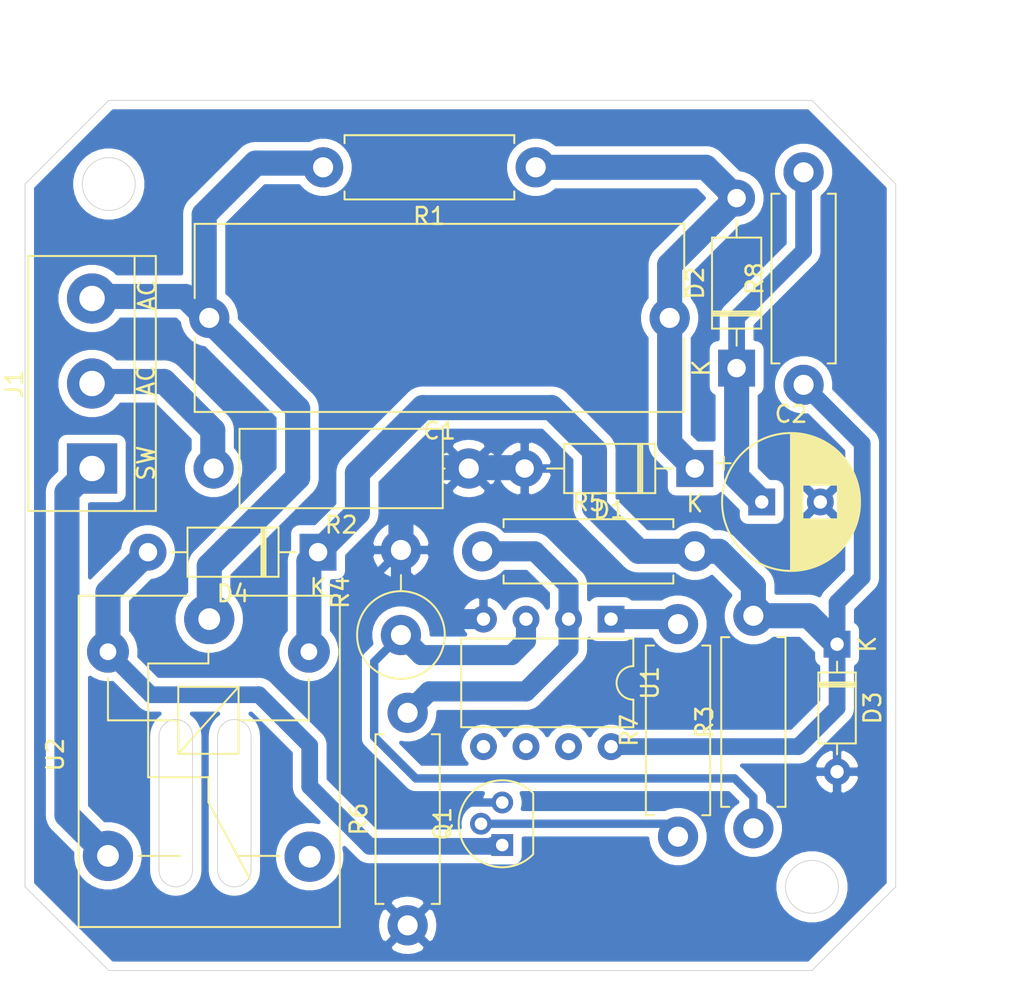
<source format=kicad_pcb>
(kicad_pcb (version 20171130) (host pcbnew "(5.1.6)-1")

  (general
    (thickness 1.6)
    (drawings 24)
    (tracks 92)
    (zones 0)
    (modules 18)
    (nets 12)
  )

  (page A4)
  (layers
    (0 F.Cu signal)
    (31 B.Cu signal)
    (32 B.Adhes user)
    (33 F.Adhes user)
    (34 B.Paste user)
    (35 F.Paste user)
    (36 B.SilkS user)
    (37 F.SilkS user)
    (38 B.Mask user)
    (39 F.Mask user)
    (40 Dwgs.User user)
    (41 Cmts.User user)
    (42 Eco1.User user)
    (43 Eco2.User user)
    (44 Edge.Cuts user)
    (45 Margin user)
    (46 B.CrtYd user)
    (47 F.CrtYd user)
    (48 B.Fab user hide)
    (49 F.Fab user hide)
  )

  (setup
    (last_trace_width 0.5)
    (user_trace_width 0.5)
    (user_trace_width 1)
    (user_trace_width 1.2)
    (user_trace_width 1.5)
    (trace_clearance 0.2)
    (zone_clearance 0.508)
    (zone_45_only no)
    (trace_min 0.2)
    (via_size 0.8)
    (via_drill 0.4)
    (via_min_size 0.4)
    (via_min_drill 0.3)
    (uvia_size 0.3)
    (uvia_drill 0.1)
    (uvias_allowed no)
    (uvia_min_size 0.2)
    (uvia_min_drill 0.1)
    (edge_width 0.05)
    (segment_width 0.2)
    (pcb_text_width 0.3)
    (pcb_text_size 1.5 1.5)
    (mod_edge_width 0.12)
    (mod_text_size 1 1)
    (mod_text_width 0.15)
    (pad_size 1.524 1.524)
    (pad_drill 0.762)
    (pad_to_mask_clearance 0.051)
    (solder_mask_min_width 0.25)
    (aux_axis_origin 0 0)
    (visible_elements 7FFFFFFF)
    (pcbplotparams
      (layerselection 0x01060_fffffffe)
      (usegerberextensions false)
      (usegerberattributes false)
      (usegerberadvancedattributes false)
      (creategerberjobfile false)
      (excludeedgelayer true)
      (linewidth 0.100000)
      (plotframeref false)
      (viasonmask false)
      (mode 1)
      (useauxorigin false)
      (hpglpennumber 1)
      (hpglpenspeed 20)
      (hpglpendiameter 15.000000)
      (psnegative false)
      (psa4output false)
      (plotreference true)
      (plotvalue true)
      (plotinvisibletext false)
      (padsonsilk false)
      (subtractmaskfromsilk false)
      (outputformat 4)
      (mirror false)
      (drillshape 0)
      (scaleselection 1)
      (outputdirectory ""))
  )

  (net 0 "")
  (net 1 "Net-(C1-Pad1)")
  (net 2 GNDREF)
  (net 3 +12V)
  (net 4 VAC)
  (net 5 "Net-(D4-Pad2)")
  (net 6 "Net-(Q1-Pad2)")
  (net 7 "Net-(R3-Pad1)")
  (net 8 "Net-(R5-Pad1)")
  (net 9 "Net-(R7-Pad2)")
  (net 10 "Net-(J1-Pad2)")
  (net 11 "Net-(C2-Pad1)")

  (net_class Default "Esta es la clase de red por defecto."
    (clearance 0.2)
    (trace_width 0.25)
    (via_dia 0.8)
    (via_drill 0.4)
    (uvia_dia 0.3)
    (uvia_drill 0.1)
    (add_net +12V)
    (add_net /fuente-sin-transformador/SW)
    (add_net GNDREF)
    (add_net "Net-(C1-Pad1)")
    (add_net "Net-(C2-Pad1)")
    (add_net "Net-(D4-Pad2)")
    (add_net "Net-(J1-Pad2)")
    (add_net "Net-(Q1-Pad2)")
    (add_net "Net-(R3-Pad1)")
    (add_net "Net-(R5-Pad1)")
    (add_net "Net-(R7-Pad2)")
    (add_net "Net-(U2-Pad4)")
    (add_net VAC)
  )

  (module Resistor_THT:R_Axial_DIN0411_L9.9mm_D3.6mm_P12.70mm_Horizontal (layer F.Cu) (tedit 5AE5139B) (tstamp 5F5444D9)
    (at 165.5 86 90)
    (descr "Resistor, Axial_DIN0411 series, Axial, Horizontal, pin pitch=12.7mm, 1W, length*diameter=9.9*3.6mm^2")
    (tags "Resistor Axial_DIN0411 series Axial Horizontal pin pitch 12.7mm 1W length 9.9mm diameter 3.6mm")
    (path /5F2BE029/5F5617F4)
    (fp_text reference R8 (at 6.35 -2.92 90) (layer F.SilkS)
      (effects (font (size 1 1) (thickness 0.15)))
    )
    (fp_text value 100 (at 6.35 2.92 90) (layer F.Fab)
      (effects (font (size 1 1) (thickness 0.15)))
    )
    (fp_text user %R (at 6.35 0 90) (layer F.Fab)
      (effects (font (size 1 1) (thickness 0.15)))
    )
    (fp_line (start 1.4 -1.8) (end 1.4 1.8) (layer F.Fab) (width 0.1))
    (fp_line (start 1.4 1.8) (end 11.3 1.8) (layer F.Fab) (width 0.1))
    (fp_line (start 11.3 1.8) (end 11.3 -1.8) (layer F.Fab) (width 0.1))
    (fp_line (start 11.3 -1.8) (end 1.4 -1.8) (layer F.Fab) (width 0.1))
    (fp_line (start 0 0) (end 1.4 0) (layer F.Fab) (width 0.1))
    (fp_line (start 12.7 0) (end 11.3 0) (layer F.Fab) (width 0.1))
    (fp_line (start 1.28 -1.44) (end 1.28 -1.92) (layer F.SilkS) (width 0.12))
    (fp_line (start 1.28 -1.92) (end 11.42 -1.92) (layer F.SilkS) (width 0.12))
    (fp_line (start 11.42 -1.92) (end 11.42 -1.44) (layer F.SilkS) (width 0.12))
    (fp_line (start 1.28 1.44) (end 1.28 1.92) (layer F.SilkS) (width 0.12))
    (fp_line (start 1.28 1.92) (end 11.42 1.92) (layer F.SilkS) (width 0.12))
    (fp_line (start 11.42 1.92) (end 11.42 1.44) (layer F.SilkS) (width 0.12))
    (fp_line (start -1.45 -2.05) (end -1.45 2.05) (layer F.CrtYd) (width 0.05))
    (fp_line (start -1.45 2.05) (end 14.15 2.05) (layer F.CrtYd) (width 0.05))
    (fp_line (start 14.15 2.05) (end 14.15 -2.05) (layer F.CrtYd) (width 0.05))
    (fp_line (start 14.15 -2.05) (end -1.45 -2.05) (layer F.CrtYd) (width 0.05))
    (pad 2 thru_hole oval (at 12.7 0 90) (size 2.4 2.4) (drill 1.2) (layers *.Cu *.Mask)
      (net 11 "Net-(C2-Pad1)"))
    (pad 1 thru_hole circle (at 0 0 90) (size 2.4 2.4) (drill 1.2) (layers *.Cu *.Mask)
      (net 3 +12V))
    (model ${KISYS3DMOD}/Resistor_THT.3dshapes/R_Axial_DIN0411_L9.9mm_D3.6mm_P12.70mm_Horizontal.wrl
      (at (xyz 0 0 0))
      (scale (xyz 1 1 1))
      (rotate (xyz 0 0 0))
    )
  )

  (module Resistor_THT:R_Axial_DIN0414_L11.9mm_D4.5mm_P15.24mm_Horizontal (layer F.Cu) (tedit 5AE5139B) (tstamp 5F5443F6)
    (at 145.5 91 180)
    (descr "Resistor, Axial_DIN0414 series, Axial, Horizontal, pin pitch=15.24mm, 2W, length*diameter=11.9*4.5mm^2, http://www.vishay.com/docs/20128/wkxwrx.pdf")
    (tags "Resistor Axial_DIN0414 series Axial Horizontal pin pitch 15.24mm 2W length 11.9mm diameter 4.5mm")
    (path /5F2BE029/5F2C253D)
    (fp_text reference R2 (at 7.62 -3.37) (layer F.SilkS)
      (effects (font (size 1 1) (thickness 0.15)))
    )
    (fp_text value 33 (at 7.62 3.37) (layer F.Fab)
      (effects (font (size 1 1) (thickness 0.15)))
    )
    (fp_text user %R (at 7.62 0) (layer F.Fab)
      (effects (font (size 1 1) (thickness 0.15)))
    )
    (fp_line (start 1.67 -2.25) (end 1.67 2.25) (layer F.Fab) (width 0.1))
    (fp_line (start 1.67 2.25) (end 13.57 2.25) (layer F.Fab) (width 0.1))
    (fp_line (start 13.57 2.25) (end 13.57 -2.25) (layer F.Fab) (width 0.1))
    (fp_line (start 13.57 -2.25) (end 1.67 -2.25) (layer F.Fab) (width 0.1))
    (fp_line (start 0 0) (end 1.67 0) (layer F.Fab) (width 0.1))
    (fp_line (start 15.24 0) (end 13.57 0) (layer F.Fab) (width 0.1))
    (fp_line (start 1.55 -2.37) (end 1.55 2.37) (layer F.SilkS) (width 0.12))
    (fp_line (start 1.55 2.37) (end 13.69 2.37) (layer F.SilkS) (width 0.12))
    (fp_line (start 13.69 2.37) (end 13.69 -2.37) (layer F.SilkS) (width 0.12))
    (fp_line (start 13.69 -2.37) (end 1.55 -2.37) (layer F.SilkS) (width 0.12))
    (fp_line (start 1.44 0) (end 1.55 0) (layer F.SilkS) (width 0.12))
    (fp_line (start 13.8 0) (end 13.69 0) (layer F.SilkS) (width 0.12))
    (fp_line (start -1.45 -2.5) (end -1.45 2.5) (layer F.CrtYd) (width 0.05))
    (fp_line (start -1.45 2.5) (end 16.69 2.5) (layer F.CrtYd) (width 0.05))
    (fp_line (start 16.69 2.5) (end 16.69 -2.5) (layer F.CrtYd) (width 0.05))
    (fp_line (start 16.69 -2.5) (end -1.45 -2.5) (layer F.CrtYd) (width 0.05))
    (pad 2 thru_hole oval (at 15.24 0 180) (size 2.4 2.4) (drill 1.2) (layers *.Cu *.Mask)
      (net 10 "Net-(J1-Pad2)"))
    (pad 1 thru_hole circle (at 0 0 180) (size 2.4 2.4) (drill 1.2) (layers *.Cu *.Mask)
      (net 2 GNDREF))
    (model ${KISYS3DMOD}/Resistor_THT.3dshapes/R_Axial_DIN0414_L11.9mm_D4.5mm_P15.24mm_Horizontal.wrl
      (at (xyz 0 0 0))
      (scale (xyz 1 1 1))
      (rotate (xyz 0 0 0))
    )
  )

  (module Resistor_THT:R_Axial_DIN0411_L9.9mm_D3.6mm_P12.70mm_Horizontal (layer F.Cu) (tedit 5AE5139B) (tstamp 5F5443DF)
    (at 149.5 73 180)
    (descr "Resistor, Axial_DIN0411 series, Axial, Horizontal, pin pitch=12.7mm, 1W, length*diameter=9.9*3.6mm^2")
    (tags "Resistor Axial_DIN0411 series Axial Horizontal pin pitch 12.7mm 1W length 9.9mm diameter 3.6mm")
    (path /5F2BE029/5F2C258E)
    (fp_text reference R1 (at 6.35 -2.92) (layer F.SilkS)
      (effects (font (size 1 1) (thickness 0.15)))
    )
    (fp_text value 120K (at 6.35 2.92) (layer F.Fab)
      (effects (font (size 1 1) (thickness 0.15)))
    )
    (fp_text user %R (at 6.35 0) (layer F.Fab)
      (effects (font (size 1 1) (thickness 0.15)))
    )
    (fp_line (start 1.4 -1.8) (end 1.4 1.8) (layer F.Fab) (width 0.1))
    (fp_line (start 1.4 1.8) (end 11.3 1.8) (layer F.Fab) (width 0.1))
    (fp_line (start 11.3 1.8) (end 11.3 -1.8) (layer F.Fab) (width 0.1))
    (fp_line (start 11.3 -1.8) (end 1.4 -1.8) (layer F.Fab) (width 0.1))
    (fp_line (start 0 0) (end 1.4 0) (layer F.Fab) (width 0.1))
    (fp_line (start 12.7 0) (end 11.3 0) (layer F.Fab) (width 0.1))
    (fp_line (start 1.28 -1.44) (end 1.28 -1.92) (layer F.SilkS) (width 0.12))
    (fp_line (start 1.28 -1.92) (end 11.42 -1.92) (layer F.SilkS) (width 0.12))
    (fp_line (start 11.42 -1.92) (end 11.42 -1.44) (layer F.SilkS) (width 0.12))
    (fp_line (start 1.28 1.44) (end 1.28 1.92) (layer F.SilkS) (width 0.12))
    (fp_line (start 1.28 1.92) (end 11.42 1.92) (layer F.SilkS) (width 0.12))
    (fp_line (start 11.42 1.92) (end 11.42 1.44) (layer F.SilkS) (width 0.12))
    (fp_line (start -1.45 -2.05) (end -1.45 2.05) (layer F.CrtYd) (width 0.05))
    (fp_line (start -1.45 2.05) (end 14.15 2.05) (layer F.CrtYd) (width 0.05))
    (fp_line (start 14.15 2.05) (end 14.15 -2.05) (layer F.CrtYd) (width 0.05))
    (fp_line (start 14.15 -2.05) (end -1.45 -2.05) (layer F.CrtYd) (width 0.05))
    (pad 2 thru_hole oval (at 12.7 0 180) (size 2.4 2.4) (drill 1.2) (layers *.Cu *.Mask)
      (net 4 VAC))
    (pad 1 thru_hole circle (at 0 0 180) (size 2.4 2.4) (drill 1.2) (layers *.Cu *.Mask)
      (net 1 "Net-(C1-Pad1)"))
    (model ${KISYS3DMOD}/Resistor_THT.3dshapes/R_Axial_DIN0411_L9.9mm_D3.6mm_P12.70mm_Horizontal.wrl
      (at (xyz 0 0 0))
      (scale (xyz 1 1 1))
      (rotate (xyz 0 0 0))
    )
  )

  (module TerminalBlock:TerminalBlock_bornier-3_P5.08mm (layer F.Cu) (tedit 59FF03B9) (tstamp 5F5443A6)
    (at 123 91 90)
    (descr "simple 3-pin terminal block, pitch 5.08mm, revamped version of bornier3")
    (tags "terminal block bornier3")
    (path /5F2BE029/5F2C2585)
    (fp_text reference J1 (at 5.05 -4.65 90) (layer F.SilkS)
      (effects (font (size 1 1) (thickness 0.15)))
    )
    (fp_text value CON (at 5.08 5.08 90) (layer F.Fab)
      (effects (font (size 1 1) (thickness 0.15)))
    )
    (fp_text user %R (at 5.08 0 90) (layer F.Fab)
      (effects (font (size 1 1) (thickness 0.15)))
    )
    (fp_line (start -2.47 2.55) (end 12.63 2.55) (layer F.Fab) (width 0.1))
    (fp_line (start -2.47 -3.75) (end 12.63 -3.75) (layer F.Fab) (width 0.1))
    (fp_line (start 12.63 -3.75) (end 12.63 3.75) (layer F.Fab) (width 0.1))
    (fp_line (start 12.63 3.75) (end -2.47 3.75) (layer F.Fab) (width 0.1))
    (fp_line (start -2.47 3.75) (end -2.47 -3.75) (layer F.Fab) (width 0.1))
    (fp_line (start -2.54 3.81) (end -2.54 -3.81) (layer F.SilkS) (width 0.12))
    (fp_line (start 12.7 3.81) (end 12.7 -3.81) (layer F.SilkS) (width 0.12))
    (fp_line (start -2.54 2.54) (end 12.7 2.54) (layer F.SilkS) (width 0.12))
    (fp_line (start -2.54 -3.81) (end 12.7 -3.81) (layer F.SilkS) (width 0.12))
    (fp_line (start -2.54 3.81) (end 12.7 3.81) (layer F.SilkS) (width 0.12))
    (fp_line (start -2.72 -4) (end 12.88 -4) (layer F.CrtYd) (width 0.05))
    (fp_line (start -2.72 -4) (end -2.72 4) (layer F.CrtYd) (width 0.05))
    (fp_line (start 12.88 4) (end 12.88 -4) (layer F.CrtYd) (width 0.05))
    (fp_line (start 12.88 4) (end -2.72 4) (layer F.CrtYd) (width 0.05))
    (pad 3 thru_hole circle (at 10.16 0 90) (size 3 3) (drill 1.52) (layers *.Cu *.Mask)
      (net 4 VAC))
    (pad 2 thru_hole circle (at 5.08 0 90) (size 3 3) (drill 1.52) (layers *.Cu *.Mask)
      (net 10 "Net-(J1-Pad2)"))
    (pad 1 thru_hole rect (at 0 0 90) (size 3 3) (drill 1.52) (layers *.Cu *.Mask))
    (model ${KISYS3DMOD}/TerminalBlock.3dshapes/TerminalBlock_bornier-3_P5.08mm.wrl
      (offset (xyz 5.079999923706055 0 0))
      (scale (xyz 1 1 1))
      (rotate (xyz 0 0 0))
    )
  )

  (module Diode_THT:D_DO-35_SOD27_P7.62mm_Horizontal (layer F.Cu) (tedit 5AE50CD5) (tstamp 5F544354)
    (at 167.5 101.5 270)
    (descr "Diode, DO-35_SOD27 series, Axial, Horizontal, pin pitch=7.62mm, , length*diameter=4*2mm^2, , http://www.diodes.com/_files/packages/DO-35.pdf")
    (tags "Diode DO-35_SOD27 series Axial Horizontal pin pitch 7.62mm  length 4mm diameter 2mm")
    (path /5F2BE029/5F2C2572)
    (fp_text reference D3 (at 3.81 -2.12 90) (layer F.SilkS)
      (effects (font (size 1 1) (thickness 0.15)))
    )
    (fp_text value 1N5242BTR (at 3.81 2.12 90) (layer F.Fab)
      (effects (font (size 1 1) (thickness 0.15)))
    )
    (fp_text user K (at 0 -1.8 90) (layer F.SilkS)
      (effects (font (size 1 1) (thickness 0.15)))
    )
    (fp_text user K (at 0 -1.8 90) (layer F.Fab)
      (effects (font (size 1 1) (thickness 0.15)))
    )
    (fp_text user %R (at 4.11 0 90) (layer F.Fab)
      (effects (font (size 0.8 0.8) (thickness 0.12)))
    )
    (fp_line (start 1.81 -1) (end 1.81 1) (layer F.Fab) (width 0.1))
    (fp_line (start 1.81 1) (end 5.81 1) (layer F.Fab) (width 0.1))
    (fp_line (start 5.81 1) (end 5.81 -1) (layer F.Fab) (width 0.1))
    (fp_line (start 5.81 -1) (end 1.81 -1) (layer F.Fab) (width 0.1))
    (fp_line (start 0 0) (end 1.81 0) (layer F.Fab) (width 0.1))
    (fp_line (start 7.62 0) (end 5.81 0) (layer F.Fab) (width 0.1))
    (fp_line (start 2.41 -1) (end 2.41 1) (layer F.Fab) (width 0.1))
    (fp_line (start 2.51 -1) (end 2.51 1) (layer F.Fab) (width 0.1))
    (fp_line (start 2.31 -1) (end 2.31 1) (layer F.Fab) (width 0.1))
    (fp_line (start 1.69 -1.12) (end 1.69 1.12) (layer F.SilkS) (width 0.12))
    (fp_line (start 1.69 1.12) (end 5.93 1.12) (layer F.SilkS) (width 0.12))
    (fp_line (start 5.93 1.12) (end 5.93 -1.12) (layer F.SilkS) (width 0.12))
    (fp_line (start 5.93 -1.12) (end 1.69 -1.12) (layer F.SilkS) (width 0.12))
    (fp_line (start 1.04 0) (end 1.69 0) (layer F.SilkS) (width 0.12))
    (fp_line (start 6.58 0) (end 5.93 0) (layer F.SilkS) (width 0.12))
    (fp_line (start 2.41 -1.12) (end 2.41 1.12) (layer F.SilkS) (width 0.12))
    (fp_line (start 2.53 -1.12) (end 2.53 1.12) (layer F.SilkS) (width 0.12))
    (fp_line (start 2.29 -1.12) (end 2.29 1.12) (layer F.SilkS) (width 0.12))
    (fp_line (start -1.05 -1.25) (end -1.05 1.25) (layer F.CrtYd) (width 0.05))
    (fp_line (start -1.05 1.25) (end 8.67 1.25) (layer F.CrtYd) (width 0.05))
    (fp_line (start 8.67 1.25) (end 8.67 -1.25) (layer F.CrtYd) (width 0.05))
    (fp_line (start 8.67 -1.25) (end -1.05 -1.25) (layer F.CrtYd) (width 0.05))
    (pad 2 thru_hole oval (at 7.62 0 270) (size 1.6 1.6) (drill 0.8) (layers *.Cu *.Mask)
      (net 2 GNDREF))
    (pad 1 thru_hole rect (at 0 0 270) (size 1.6 1.6) (drill 0.8) (layers *.Cu *.Mask)
      (net 3 +12V))
    (model ${KISYS3DMOD}/Diode_THT.3dshapes/D_DO-35_SOD27_P7.62mm_Horizontal.wrl
      (at (xyz 0 0 0))
      (scale (xyz 1 1 1))
      (rotate (xyz 0 0 0))
    )
  )

  (module Diode_THT:D_DO-41_SOD81_P10.16mm_Horizontal (layer F.Cu) (tedit 5AE50CD5) (tstamp 5F544335)
    (at 161.5 85 90)
    (descr "Diode, DO-41_SOD81 series, Axial, Horizontal, pin pitch=10.16mm, , length*diameter=5.2*2.7mm^2, , http://www.diodes.com/_files/packages/DO-41%20(Plastic).pdf")
    (tags "Diode DO-41_SOD81 series Axial Horizontal pin pitch 10.16mm  length 5.2mm diameter 2.7mm")
    (path /5F2BE029/5F2C2579)
    (fp_text reference D2 (at 5.08 -2.47 90) (layer F.SilkS)
      (effects (font (size 1 1) (thickness 0.15)))
    )
    (fp_text value 1N4004 (at 5.08 2.47 90) (layer F.Fab)
      (effects (font (size 1 1) (thickness 0.15)))
    )
    (fp_text user K (at 0 -2.1 90) (layer F.SilkS)
      (effects (font (size 1 1) (thickness 0.15)))
    )
    (fp_text user K (at 0 -2.1 90) (layer F.Fab)
      (effects (font (size 1 1) (thickness 0.15)))
    )
    (fp_text user %R (at 5.47 0 90) (layer F.Fab)
      (effects (font (size 1 1) (thickness 0.15)))
    )
    (fp_line (start 2.48 -1.35) (end 2.48 1.35) (layer F.Fab) (width 0.1))
    (fp_line (start 2.48 1.35) (end 7.68 1.35) (layer F.Fab) (width 0.1))
    (fp_line (start 7.68 1.35) (end 7.68 -1.35) (layer F.Fab) (width 0.1))
    (fp_line (start 7.68 -1.35) (end 2.48 -1.35) (layer F.Fab) (width 0.1))
    (fp_line (start 0 0) (end 2.48 0) (layer F.Fab) (width 0.1))
    (fp_line (start 10.16 0) (end 7.68 0) (layer F.Fab) (width 0.1))
    (fp_line (start 3.26 -1.35) (end 3.26 1.35) (layer F.Fab) (width 0.1))
    (fp_line (start 3.36 -1.35) (end 3.36 1.35) (layer F.Fab) (width 0.1))
    (fp_line (start 3.16 -1.35) (end 3.16 1.35) (layer F.Fab) (width 0.1))
    (fp_line (start 2.36 -1.47) (end 2.36 1.47) (layer F.SilkS) (width 0.12))
    (fp_line (start 2.36 1.47) (end 7.8 1.47) (layer F.SilkS) (width 0.12))
    (fp_line (start 7.8 1.47) (end 7.8 -1.47) (layer F.SilkS) (width 0.12))
    (fp_line (start 7.8 -1.47) (end 2.36 -1.47) (layer F.SilkS) (width 0.12))
    (fp_line (start 1.34 0) (end 2.36 0) (layer F.SilkS) (width 0.12))
    (fp_line (start 8.82 0) (end 7.8 0) (layer F.SilkS) (width 0.12))
    (fp_line (start 3.26 -1.47) (end 3.26 1.47) (layer F.SilkS) (width 0.12))
    (fp_line (start 3.38 -1.47) (end 3.38 1.47) (layer F.SilkS) (width 0.12))
    (fp_line (start 3.14 -1.47) (end 3.14 1.47) (layer F.SilkS) (width 0.12))
    (fp_line (start -1.35 -1.6) (end -1.35 1.6) (layer F.CrtYd) (width 0.05))
    (fp_line (start -1.35 1.6) (end 11.51 1.6) (layer F.CrtYd) (width 0.05))
    (fp_line (start 11.51 1.6) (end 11.51 -1.6) (layer F.CrtYd) (width 0.05))
    (fp_line (start 11.51 -1.6) (end -1.35 -1.6) (layer F.CrtYd) (width 0.05))
    (pad 2 thru_hole oval (at 10.16 0 90) (size 2.2 2.2) (drill 1.1) (layers *.Cu *.Mask)
      (net 1 "Net-(C1-Pad1)"))
    (pad 1 thru_hole rect (at 0 0 90) (size 2.2 2.2) (drill 1.1) (layers *.Cu *.Mask)
      (net 11 "Net-(C2-Pad1)"))
    (model ${KISYS3DMOD}/Diode_THT.3dshapes/D_DO-41_SOD81_P10.16mm_Horizontal.wrl
      (at (xyz 0 0 0))
      (scale (xyz 1 1 1))
      (rotate (xyz 0 0 0))
    )
  )

  (module Diode_THT:D_DO-41_SOD81_P10.16mm_Horizontal (layer F.Cu) (tedit 5AE50CD5) (tstamp 5F544316)
    (at 159 91 180)
    (descr "Diode, DO-41_SOD81 series, Axial, Horizontal, pin pitch=10.16mm, , length*diameter=5.2*2.7mm^2, , http://www.diodes.com/_files/packages/DO-41%20(Plastic).pdf")
    (tags "Diode DO-41_SOD81 series Axial Horizontal pin pitch 10.16mm  length 5.2mm diameter 2.7mm")
    (path /5F2BE029/5F2C256A)
    (fp_text reference D1 (at 5.08 -2.47) (layer F.SilkS)
      (effects (font (size 1 1) (thickness 0.15)))
    )
    (fp_text value 1N4004 (at 5.08 2.47) (layer F.Fab)
      (effects (font (size 1 1) (thickness 0.15)))
    )
    (fp_text user K (at 0 -2.1) (layer F.SilkS)
      (effects (font (size 1 1) (thickness 0.15)))
    )
    (fp_text user K (at 0 -2.1) (layer F.Fab)
      (effects (font (size 1 1) (thickness 0.15)))
    )
    (fp_text user %R (at 5.47 0) (layer F.Fab)
      (effects (font (size 1 1) (thickness 0.15)))
    )
    (fp_line (start 2.48 -1.35) (end 2.48 1.35) (layer F.Fab) (width 0.1))
    (fp_line (start 2.48 1.35) (end 7.68 1.35) (layer F.Fab) (width 0.1))
    (fp_line (start 7.68 1.35) (end 7.68 -1.35) (layer F.Fab) (width 0.1))
    (fp_line (start 7.68 -1.35) (end 2.48 -1.35) (layer F.Fab) (width 0.1))
    (fp_line (start 0 0) (end 2.48 0) (layer F.Fab) (width 0.1))
    (fp_line (start 10.16 0) (end 7.68 0) (layer F.Fab) (width 0.1))
    (fp_line (start 3.26 -1.35) (end 3.26 1.35) (layer F.Fab) (width 0.1))
    (fp_line (start 3.36 -1.35) (end 3.36 1.35) (layer F.Fab) (width 0.1))
    (fp_line (start 3.16 -1.35) (end 3.16 1.35) (layer F.Fab) (width 0.1))
    (fp_line (start 2.36 -1.47) (end 2.36 1.47) (layer F.SilkS) (width 0.12))
    (fp_line (start 2.36 1.47) (end 7.8 1.47) (layer F.SilkS) (width 0.12))
    (fp_line (start 7.8 1.47) (end 7.8 -1.47) (layer F.SilkS) (width 0.12))
    (fp_line (start 7.8 -1.47) (end 2.36 -1.47) (layer F.SilkS) (width 0.12))
    (fp_line (start 1.34 0) (end 2.36 0) (layer F.SilkS) (width 0.12))
    (fp_line (start 8.82 0) (end 7.8 0) (layer F.SilkS) (width 0.12))
    (fp_line (start 3.26 -1.47) (end 3.26 1.47) (layer F.SilkS) (width 0.12))
    (fp_line (start 3.38 -1.47) (end 3.38 1.47) (layer F.SilkS) (width 0.12))
    (fp_line (start 3.14 -1.47) (end 3.14 1.47) (layer F.SilkS) (width 0.12))
    (fp_line (start -1.35 -1.6) (end -1.35 1.6) (layer F.CrtYd) (width 0.05))
    (fp_line (start -1.35 1.6) (end 11.51 1.6) (layer F.CrtYd) (width 0.05))
    (fp_line (start 11.51 1.6) (end 11.51 -1.6) (layer F.CrtYd) (width 0.05))
    (fp_line (start 11.51 -1.6) (end -1.35 -1.6) (layer F.CrtYd) (width 0.05))
    (pad 2 thru_hole oval (at 10.16 0 180) (size 2.2 2.2) (drill 1.1) (layers *.Cu *.Mask)
      (net 2 GNDREF))
    (pad 1 thru_hole rect (at 0 0 180) (size 2.2 2.2) (drill 1.1) (layers *.Cu *.Mask)
      (net 1 "Net-(C1-Pad1)"))
    (model ${KISYS3DMOD}/Diode_THT.3dshapes/D_DO-41_SOD81_P10.16mm_Horizontal.wrl
      (at (xyz 0 0 0))
      (scale (xyz 1 1 1))
      (rotate (xyz 0 0 0))
    )
  )

  (module Capacitor_THT:CP_Radial_D8.0mm_P3.50mm (layer F.Cu) (tedit 5AE50EF0) (tstamp 5F5442F7)
    (at 163 93)
    (descr "CP, Radial series, Radial, pin pitch=3.50mm, , diameter=8mm, Electrolytic Capacitor")
    (tags "CP Radial series Radial pin pitch 3.50mm  diameter 8mm Electrolytic Capacitor")
    (path /5F2BE029/5F2C255F)
    (fp_text reference C2 (at 1.75 -5.25) (layer F.SilkS)
      (effects (font (size 1 1) (thickness 0.15)))
    )
    (fp_text value 470uF (at 1.75 5.25) (layer F.Fab)
      (effects (font (size 1 1) (thickness 0.15)))
    )
    (fp_text user %R (at 1.75 0) (layer F.Fab)
      (effects (font (size 1 1) (thickness 0.15)))
    )
    (fp_circle (center 1.75 0) (end 5.75 0) (layer F.Fab) (width 0.1))
    (fp_circle (center 1.75 0) (end 5.87 0) (layer F.SilkS) (width 0.12))
    (fp_circle (center 1.75 0) (end 6 0) (layer F.CrtYd) (width 0.05))
    (fp_line (start -1.676759 -1.7475) (end -0.876759 -1.7475) (layer F.Fab) (width 0.1))
    (fp_line (start -1.276759 -2.1475) (end -1.276759 -1.3475) (layer F.Fab) (width 0.1))
    (fp_line (start 1.75 -4.08) (end 1.75 4.08) (layer F.SilkS) (width 0.12))
    (fp_line (start 1.79 -4.08) (end 1.79 4.08) (layer F.SilkS) (width 0.12))
    (fp_line (start 1.83 -4.08) (end 1.83 4.08) (layer F.SilkS) (width 0.12))
    (fp_line (start 1.87 -4.079) (end 1.87 4.079) (layer F.SilkS) (width 0.12))
    (fp_line (start 1.91 -4.077) (end 1.91 4.077) (layer F.SilkS) (width 0.12))
    (fp_line (start 1.95 -4.076) (end 1.95 4.076) (layer F.SilkS) (width 0.12))
    (fp_line (start 1.99 -4.074) (end 1.99 4.074) (layer F.SilkS) (width 0.12))
    (fp_line (start 2.03 -4.071) (end 2.03 4.071) (layer F.SilkS) (width 0.12))
    (fp_line (start 2.07 -4.068) (end 2.07 4.068) (layer F.SilkS) (width 0.12))
    (fp_line (start 2.11 -4.065) (end 2.11 4.065) (layer F.SilkS) (width 0.12))
    (fp_line (start 2.15 -4.061) (end 2.15 4.061) (layer F.SilkS) (width 0.12))
    (fp_line (start 2.19 -4.057) (end 2.19 4.057) (layer F.SilkS) (width 0.12))
    (fp_line (start 2.23 -4.052) (end 2.23 4.052) (layer F.SilkS) (width 0.12))
    (fp_line (start 2.27 -4.048) (end 2.27 4.048) (layer F.SilkS) (width 0.12))
    (fp_line (start 2.31 -4.042) (end 2.31 4.042) (layer F.SilkS) (width 0.12))
    (fp_line (start 2.35 -4.037) (end 2.35 4.037) (layer F.SilkS) (width 0.12))
    (fp_line (start 2.39 -4.03) (end 2.39 4.03) (layer F.SilkS) (width 0.12))
    (fp_line (start 2.43 -4.024) (end 2.43 4.024) (layer F.SilkS) (width 0.12))
    (fp_line (start 2.471 -4.017) (end 2.471 -1.04) (layer F.SilkS) (width 0.12))
    (fp_line (start 2.471 1.04) (end 2.471 4.017) (layer F.SilkS) (width 0.12))
    (fp_line (start 2.511 -4.01) (end 2.511 -1.04) (layer F.SilkS) (width 0.12))
    (fp_line (start 2.511 1.04) (end 2.511 4.01) (layer F.SilkS) (width 0.12))
    (fp_line (start 2.551 -4.002) (end 2.551 -1.04) (layer F.SilkS) (width 0.12))
    (fp_line (start 2.551 1.04) (end 2.551 4.002) (layer F.SilkS) (width 0.12))
    (fp_line (start 2.591 -3.994) (end 2.591 -1.04) (layer F.SilkS) (width 0.12))
    (fp_line (start 2.591 1.04) (end 2.591 3.994) (layer F.SilkS) (width 0.12))
    (fp_line (start 2.631 -3.985) (end 2.631 -1.04) (layer F.SilkS) (width 0.12))
    (fp_line (start 2.631 1.04) (end 2.631 3.985) (layer F.SilkS) (width 0.12))
    (fp_line (start 2.671 -3.976) (end 2.671 -1.04) (layer F.SilkS) (width 0.12))
    (fp_line (start 2.671 1.04) (end 2.671 3.976) (layer F.SilkS) (width 0.12))
    (fp_line (start 2.711 -3.967) (end 2.711 -1.04) (layer F.SilkS) (width 0.12))
    (fp_line (start 2.711 1.04) (end 2.711 3.967) (layer F.SilkS) (width 0.12))
    (fp_line (start 2.751 -3.957) (end 2.751 -1.04) (layer F.SilkS) (width 0.12))
    (fp_line (start 2.751 1.04) (end 2.751 3.957) (layer F.SilkS) (width 0.12))
    (fp_line (start 2.791 -3.947) (end 2.791 -1.04) (layer F.SilkS) (width 0.12))
    (fp_line (start 2.791 1.04) (end 2.791 3.947) (layer F.SilkS) (width 0.12))
    (fp_line (start 2.831 -3.936) (end 2.831 -1.04) (layer F.SilkS) (width 0.12))
    (fp_line (start 2.831 1.04) (end 2.831 3.936) (layer F.SilkS) (width 0.12))
    (fp_line (start 2.871 -3.925) (end 2.871 -1.04) (layer F.SilkS) (width 0.12))
    (fp_line (start 2.871 1.04) (end 2.871 3.925) (layer F.SilkS) (width 0.12))
    (fp_line (start 2.911 -3.914) (end 2.911 -1.04) (layer F.SilkS) (width 0.12))
    (fp_line (start 2.911 1.04) (end 2.911 3.914) (layer F.SilkS) (width 0.12))
    (fp_line (start 2.951 -3.902) (end 2.951 -1.04) (layer F.SilkS) (width 0.12))
    (fp_line (start 2.951 1.04) (end 2.951 3.902) (layer F.SilkS) (width 0.12))
    (fp_line (start 2.991 -3.889) (end 2.991 -1.04) (layer F.SilkS) (width 0.12))
    (fp_line (start 2.991 1.04) (end 2.991 3.889) (layer F.SilkS) (width 0.12))
    (fp_line (start 3.031 -3.877) (end 3.031 -1.04) (layer F.SilkS) (width 0.12))
    (fp_line (start 3.031 1.04) (end 3.031 3.877) (layer F.SilkS) (width 0.12))
    (fp_line (start 3.071 -3.863) (end 3.071 -1.04) (layer F.SilkS) (width 0.12))
    (fp_line (start 3.071 1.04) (end 3.071 3.863) (layer F.SilkS) (width 0.12))
    (fp_line (start 3.111 -3.85) (end 3.111 -1.04) (layer F.SilkS) (width 0.12))
    (fp_line (start 3.111 1.04) (end 3.111 3.85) (layer F.SilkS) (width 0.12))
    (fp_line (start 3.151 -3.835) (end 3.151 -1.04) (layer F.SilkS) (width 0.12))
    (fp_line (start 3.151 1.04) (end 3.151 3.835) (layer F.SilkS) (width 0.12))
    (fp_line (start 3.191 -3.821) (end 3.191 -1.04) (layer F.SilkS) (width 0.12))
    (fp_line (start 3.191 1.04) (end 3.191 3.821) (layer F.SilkS) (width 0.12))
    (fp_line (start 3.231 -3.805) (end 3.231 -1.04) (layer F.SilkS) (width 0.12))
    (fp_line (start 3.231 1.04) (end 3.231 3.805) (layer F.SilkS) (width 0.12))
    (fp_line (start 3.271 -3.79) (end 3.271 -1.04) (layer F.SilkS) (width 0.12))
    (fp_line (start 3.271 1.04) (end 3.271 3.79) (layer F.SilkS) (width 0.12))
    (fp_line (start 3.311 -3.774) (end 3.311 -1.04) (layer F.SilkS) (width 0.12))
    (fp_line (start 3.311 1.04) (end 3.311 3.774) (layer F.SilkS) (width 0.12))
    (fp_line (start 3.351 -3.757) (end 3.351 -1.04) (layer F.SilkS) (width 0.12))
    (fp_line (start 3.351 1.04) (end 3.351 3.757) (layer F.SilkS) (width 0.12))
    (fp_line (start 3.391 -3.74) (end 3.391 -1.04) (layer F.SilkS) (width 0.12))
    (fp_line (start 3.391 1.04) (end 3.391 3.74) (layer F.SilkS) (width 0.12))
    (fp_line (start 3.431 -3.722) (end 3.431 -1.04) (layer F.SilkS) (width 0.12))
    (fp_line (start 3.431 1.04) (end 3.431 3.722) (layer F.SilkS) (width 0.12))
    (fp_line (start 3.471 -3.704) (end 3.471 -1.04) (layer F.SilkS) (width 0.12))
    (fp_line (start 3.471 1.04) (end 3.471 3.704) (layer F.SilkS) (width 0.12))
    (fp_line (start 3.511 -3.686) (end 3.511 -1.04) (layer F.SilkS) (width 0.12))
    (fp_line (start 3.511 1.04) (end 3.511 3.686) (layer F.SilkS) (width 0.12))
    (fp_line (start 3.551 -3.666) (end 3.551 -1.04) (layer F.SilkS) (width 0.12))
    (fp_line (start 3.551 1.04) (end 3.551 3.666) (layer F.SilkS) (width 0.12))
    (fp_line (start 3.591 -3.647) (end 3.591 -1.04) (layer F.SilkS) (width 0.12))
    (fp_line (start 3.591 1.04) (end 3.591 3.647) (layer F.SilkS) (width 0.12))
    (fp_line (start 3.631 -3.627) (end 3.631 -1.04) (layer F.SilkS) (width 0.12))
    (fp_line (start 3.631 1.04) (end 3.631 3.627) (layer F.SilkS) (width 0.12))
    (fp_line (start 3.671 -3.606) (end 3.671 -1.04) (layer F.SilkS) (width 0.12))
    (fp_line (start 3.671 1.04) (end 3.671 3.606) (layer F.SilkS) (width 0.12))
    (fp_line (start 3.711 -3.584) (end 3.711 -1.04) (layer F.SilkS) (width 0.12))
    (fp_line (start 3.711 1.04) (end 3.711 3.584) (layer F.SilkS) (width 0.12))
    (fp_line (start 3.751 -3.562) (end 3.751 -1.04) (layer F.SilkS) (width 0.12))
    (fp_line (start 3.751 1.04) (end 3.751 3.562) (layer F.SilkS) (width 0.12))
    (fp_line (start 3.791 -3.54) (end 3.791 -1.04) (layer F.SilkS) (width 0.12))
    (fp_line (start 3.791 1.04) (end 3.791 3.54) (layer F.SilkS) (width 0.12))
    (fp_line (start 3.831 -3.517) (end 3.831 -1.04) (layer F.SilkS) (width 0.12))
    (fp_line (start 3.831 1.04) (end 3.831 3.517) (layer F.SilkS) (width 0.12))
    (fp_line (start 3.871 -3.493) (end 3.871 -1.04) (layer F.SilkS) (width 0.12))
    (fp_line (start 3.871 1.04) (end 3.871 3.493) (layer F.SilkS) (width 0.12))
    (fp_line (start 3.911 -3.469) (end 3.911 -1.04) (layer F.SilkS) (width 0.12))
    (fp_line (start 3.911 1.04) (end 3.911 3.469) (layer F.SilkS) (width 0.12))
    (fp_line (start 3.951 -3.444) (end 3.951 -1.04) (layer F.SilkS) (width 0.12))
    (fp_line (start 3.951 1.04) (end 3.951 3.444) (layer F.SilkS) (width 0.12))
    (fp_line (start 3.991 -3.418) (end 3.991 -1.04) (layer F.SilkS) (width 0.12))
    (fp_line (start 3.991 1.04) (end 3.991 3.418) (layer F.SilkS) (width 0.12))
    (fp_line (start 4.031 -3.392) (end 4.031 -1.04) (layer F.SilkS) (width 0.12))
    (fp_line (start 4.031 1.04) (end 4.031 3.392) (layer F.SilkS) (width 0.12))
    (fp_line (start 4.071 -3.365) (end 4.071 -1.04) (layer F.SilkS) (width 0.12))
    (fp_line (start 4.071 1.04) (end 4.071 3.365) (layer F.SilkS) (width 0.12))
    (fp_line (start 4.111 -3.338) (end 4.111 -1.04) (layer F.SilkS) (width 0.12))
    (fp_line (start 4.111 1.04) (end 4.111 3.338) (layer F.SilkS) (width 0.12))
    (fp_line (start 4.151 -3.309) (end 4.151 -1.04) (layer F.SilkS) (width 0.12))
    (fp_line (start 4.151 1.04) (end 4.151 3.309) (layer F.SilkS) (width 0.12))
    (fp_line (start 4.191 -3.28) (end 4.191 -1.04) (layer F.SilkS) (width 0.12))
    (fp_line (start 4.191 1.04) (end 4.191 3.28) (layer F.SilkS) (width 0.12))
    (fp_line (start 4.231 -3.25) (end 4.231 -1.04) (layer F.SilkS) (width 0.12))
    (fp_line (start 4.231 1.04) (end 4.231 3.25) (layer F.SilkS) (width 0.12))
    (fp_line (start 4.271 -3.22) (end 4.271 -1.04) (layer F.SilkS) (width 0.12))
    (fp_line (start 4.271 1.04) (end 4.271 3.22) (layer F.SilkS) (width 0.12))
    (fp_line (start 4.311 -3.189) (end 4.311 -1.04) (layer F.SilkS) (width 0.12))
    (fp_line (start 4.311 1.04) (end 4.311 3.189) (layer F.SilkS) (width 0.12))
    (fp_line (start 4.351 -3.156) (end 4.351 -1.04) (layer F.SilkS) (width 0.12))
    (fp_line (start 4.351 1.04) (end 4.351 3.156) (layer F.SilkS) (width 0.12))
    (fp_line (start 4.391 -3.124) (end 4.391 -1.04) (layer F.SilkS) (width 0.12))
    (fp_line (start 4.391 1.04) (end 4.391 3.124) (layer F.SilkS) (width 0.12))
    (fp_line (start 4.431 -3.09) (end 4.431 -1.04) (layer F.SilkS) (width 0.12))
    (fp_line (start 4.431 1.04) (end 4.431 3.09) (layer F.SilkS) (width 0.12))
    (fp_line (start 4.471 -3.055) (end 4.471 -1.04) (layer F.SilkS) (width 0.12))
    (fp_line (start 4.471 1.04) (end 4.471 3.055) (layer F.SilkS) (width 0.12))
    (fp_line (start 4.511 -3.019) (end 4.511 -1.04) (layer F.SilkS) (width 0.12))
    (fp_line (start 4.511 1.04) (end 4.511 3.019) (layer F.SilkS) (width 0.12))
    (fp_line (start 4.551 -2.983) (end 4.551 2.983) (layer F.SilkS) (width 0.12))
    (fp_line (start 4.591 -2.945) (end 4.591 2.945) (layer F.SilkS) (width 0.12))
    (fp_line (start 4.631 -2.907) (end 4.631 2.907) (layer F.SilkS) (width 0.12))
    (fp_line (start 4.671 -2.867) (end 4.671 2.867) (layer F.SilkS) (width 0.12))
    (fp_line (start 4.711 -2.826) (end 4.711 2.826) (layer F.SilkS) (width 0.12))
    (fp_line (start 4.751 -2.784) (end 4.751 2.784) (layer F.SilkS) (width 0.12))
    (fp_line (start 4.791 -2.741) (end 4.791 2.741) (layer F.SilkS) (width 0.12))
    (fp_line (start 4.831 -2.697) (end 4.831 2.697) (layer F.SilkS) (width 0.12))
    (fp_line (start 4.871 -2.651) (end 4.871 2.651) (layer F.SilkS) (width 0.12))
    (fp_line (start 4.911 -2.604) (end 4.911 2.604) (layer F.SilkS) (width 0.12))
    (fp_line (start 4.951 -2.556) (end 4.951 2.556) (layer F.SilkS) (width 0.12))
    (fp_line (start 4.991 -2.505) (end 4.991 2.505) (layer F.SilkS) (width 0.12))
    (fp_line (start 5.031 -2.454) (end 5.031 2.454) (layer F.SilkS) (width 0.12))
    (fp_line (start 5.071 -2.4) (end 5.071 2.4) (layer F.SilkS) (width 0.12))
    (fp_line (start 5.111 -2.345) (end 5.111 2.345) (layer F.SilkS) (width 0.12))
    (fp_line (start 5.151 -2.287) (end 5.151 2.287) (layer F.SilkS) (width 0.12))
    (fp_line (start 5.191 -2.228) (end 5.191 2.228) (layer F.SilkS) (width 0.12))
    (fp_line (start 5.231 -2.166) (end 5.231 2.166) (layer F.SilkS) (width 0.12))
    (fp_line (start 5.271 -2.102) (end 5.271 2.102) (layer F.SilkS) (width 0.12))
    (fp_line (start 5.311 -2.034) (end 5.311 2.034) (layer F.SilkS) (width 0.12))
    (fp_line (start 5.351 -1.964) (end 5.351 1.964) (layer F.SilkS) (width 0.12))
    (fp_line (start 5.391 -1.89) (end 5.391 1.89) (layer F.SilkS) (width 0.12))
    (fp_line (start 5.431 -1.813) (end 5.431 1.813) (layer F.SilkS) (width 0.12))
    (fp_line (start 5.471 -1.731) (end 5.471 1.731) (layer F.SilkS) (width 0.12))
    (fp_line (start 5.511 -1.645) (end 5.511 1.645) (layer F.SilkS) (width 0.12))
    (fp_line (start 5.551 -1.552) (end 5.551 1.552) (layer F.SilkS) (width 0.12))
    (fp_line (start 5.591 -1.453) (end 5.591 1.453) (layer F.SilkS) (width 0.12))
    (fp_line (start 5.631 -1.346) (end 5.631 1.346) (layer F.SilkS) (width 0.12))
    (fp_line (start 5.671 -1.229) (end 5.671 1.229) (layer F.SilkS) (width 0.12))
    (fp_line (start 5.711 -1.098) (end 5.711 1.098) (layer F.SilkS) (width 0.12))
    (fp_line (start 5.751 -0.948) (end 5.751 0.948) (layer F.SilkS) (width 0.12))
    (fp_line (start 5.791 -0.768) (end 5.791 0.768) (layer F.SilkS) (width 0.12))
    (fp_line (start 5.831 -0.533) (end 5.831 0.533) (layer F.SilkS) (width 0.12))
    (fp_line (start -2.659698 -2.315) (end -1.859698 -2.315) (layer F.SilkS) (width 0.12))
    (fp_line (start -2.259698 -2.715) (end -2.259698 -1.915) (layer F.SilkS) (width 0.12))
    (pad 2 thru_hole circle (at 3.5 0) (size 1.6 1.6) (drill 0.8) (layers *.Cu *.Mask)
      (net 2 GNDREF))
    (pad 1 thru_hole rect (at 0 0) (size 1.6 1.6) (drill 0.8) (layers *.Cu *.Mask)
      (net 11 "Net-(C2-Pad1)"))
    (model ${KISYS3DMOD}/Capacitor_THT.3dshapes/CP_Radial_D8.0mm_P3.50mm.wrl
      (at (xyz 0 0 0))
      (scale (xyz 1 1 1))
      (rotate (xyz 0 0 0))
    )
  )

  (module Capacitor_THT:C_Rect_L29.0mm_W11.0mm_P27.50mm_MKT (layer F.Cu) (tedit 5AE50EF0) (tstamp 5F54424E)
    (at 157.5 82 180)
    (descr "C, Rect series, Radial, pin pitch=27.50mm, , length*width=29*11mm^2, Capacitor, https://en.tdk.eu/inf/20/20/db/fc_2009/MKT_B32560_564.pdf")
    (tags "C Rect series Radial pin pitch 27.50mm  length 29mm width 11mm Capacitor")
    (path /5F2BE029/5F2C2596)
    (fp_text reference C1 (at 13.75 -6.75) (layer F.SilkS)
      (effects (font (size 1 1) (thickness 0.15)))
    )
    (fp_text value 2.2uF (at 13.75 6.75) (layer F.Fab)
      (effects (font (size 1 1) (thickness 0.15)))
    )
    (fp_text user %R (at 13.75 0) (layer F.Fab)
      (effects (font (size 1 1) (thickness 0.15)))
    )
    (fp_line (start -0.75 -5.5) (end -0.75 5.5) (layer F.Fab) (width 0.1))
    (fp_line (start -0.75 5.5) (end 28.25 5.5) (layer F.Fab) (width 0.1))
    (fp_line (start 28.25 5.5) (end 28.25 -5.5) (layer F.Fab) (width 0.1))
    (fp_line (start 28.25 -5.5) (end -0.75 -5.5) (layer F.Fab) (width 0.1))
    (fp_line (start -0.87 -5.62) (end 28.37 -5.62) (layer F.SilkS) (width 0.12))
    (fp_line (start -0.87 5.62) (end 28.37 5.62) (layer F.SilkS) (width 0.12))
    (fp_line (start -0.87 -5.62) (end -0.87 -1.185) (layer F.SilkS) (width 0.12))
    (fp_line (start -0.87 1.185) (end -0.87 5.62) (layer F.SilkS) (width 0.12))
    (fp_line (start 28.37 -5.62) (end 28.37 -1.185) (layer F.SilkS) (width 0.12))
    (fp_line (start 28.37 1.185) (end 28.37 5.62) (layer F.SilkS) (width 0.12))
    (fp_line (start -1.45 -5.75) (end -1.45 5.75) (layer F.CrtYd) (width 0.05))
    (fp_line (start -1.45 5.75) (end 28.95 5.75) (layer F.CrtYd) (width 0.05))
    (fp_line (start 28.95 5.75) (end 28.95 -5.75) (layer F.CrtYd) (width 0.05))
    (fp_line (start 28.95 -5.75) (end -1.45 -5.75) (layer F.CrtYd) (width 0.05))
    (pad 2 thru_hole circle (at 27.5 0 180) (size 2.4 2.4) (drill 1.2) (layers *.Cu *.Mask)
      (net 4 VAC))
    (pad 1 thru_hole circle (at 0 0 180) (size 2.4 2.4) (drill 1.2) (layers *.Cu *.Mask)
      (net 1 "Net-(C1-Pad1)"))
    (model ${SYS_3DMOD}/capacitorTantalio.STEP
      (offset (xyz 13.8 -5.5 11))
      (scale (xyz 1 1 1))
      (rotate (xyz 90 0 0))
    )
  )

  (module Package_DIP:DIP-8_W7.62mm (layer F.Cu) (tedit 5A02E8C5) (tstamp 5EA54FD3)
    (at 154 100 270)
    (descr "8-lead though-hole mounted DIP package, row spacing 7.62 mm (300 mils)")
    (tags "THT DIP DIL PDIP 2.54mm 7.62mm 300mil")
    (path /5EA637C6)
    (fp_text reference U1 (at 3.81 -2.33 90) (layer F.SilkS)
      (effects (font (size 1 1) (thickness 0.15)))
    )
    (fp_text value TL082 (at 3.81 9.95 90) (layer F.Fab)
      (effects (font (size 1 1) (thickness 0.15)))
    )
    (fp_line (start 1.635 -1.27) (end 6.985 -1.27) (layer F.Fab) (width 0.1))
    (fp_line (start 6.985 -1.27) (end 6.985 8.89) (layer F.Fab) (width 0.1))
    (fp_line (start 6.985 8.89) (end 0.635 8.89) (layer F.Fab) (width 0.1))
    (fp_line (start 0.635 8.89) (end 0.635 -0.27) (layer F.Fab) (width 0.1))
    (fp_line (start 0.635 -0.27) (end 1.635 -1.27) (layer F.Fab) (width 0.1))
    (fp_line (start 2.81 -1.33) (end 1.16 -1.33) (layer F.SilkS) (width 0.12))
    (fp_line (start 1.16 -1.33) (end 1.16 8.95) (layer F.SilkS) (width 0.12))
    (fp_line (start 1.16 8.95) (end 6.46 8.95) (layer F.SilkS) (width 0.12))
    (fp_line (start 6.46 8.95) (end 6.46 -1.33) (layer F.SilkS) (width 0.12))
    (fp_line (start 6.46 -1.33) (end 4.81 -1.33) (layer F.SilkS) (width 0.12))
    (fp_line (start -1.1 -1.55) (end -1.1 9.15) (layer F.CrtYd) (width 0.05))
    (fp_line (start -1.1 9.15) (end 8.7 9.15) (layer F.CrtYd) (width 0.05))
    (fp_line (start 8.7 9.15) (end 8.7 -1.55) (layer F.CrtYd) (width 0.05))
    (fp_line (start 8.7 -1.55) (end -1.1 -1.55) (layer F.CrtYd) (width 0.05))
    (fp_text user %R (at 3.81 3.81 90) (layer F.Fab)
      (effects (font (size 1 1) (thickness 0.15)))
    )
    (fp_arc (start 3.81 -1.33) (end 2.81 -1.33) (angle -180) (layer F.SilkS) (width 0.12))
    (pad 8 thru_hole oval (at 7.62 0 270) (size 1.6 1.6) (drill 0.8) (layers *.Cu *.Mask)
      (net 3 +12V))
    (pad 4 thru_hole oval (at 0 7.62 270) (size 1.6 1.6) (drill 0.8) (layers *.Cu *.Mask)
      (net 2 GNDREF))
    (pad 7 thru_hole oval (at 7.62 2.54 270) (size 1.6 1.6) (drill 0.8) (layers *.Cu *.Mask))
    (pad 3 thru_hole oval (at 0 5.08 270) (size 1.6 1.6) (drill 0.8) (layers *.Cu *.Mask)
      (net 7 "Net-(R3-Pad1)"))
    (pad 6 thru_hole oval (at 7.62 5.08 270) (size 1.6 1.6) (drill 0.8) (layers *.Cu *.Mask))
    (pad 2 thru_hole oval (at 0 2.54 270) (size 1.6 1.6) (drill 0.8) (layers *.Cu *.Mask)
      (net 8 "Net-(R5-Pad1)"))
    (pad 5 thru_hole oval (at 7.62 7.62 270) (size 1.6 1.6) (drill 0.8) (layers *.Cu *.Mask))
    (pad 1 thru_hole rect (at 0 0 270) (size 1.6 1.6) (drill 0.8) (layers *.Cu *.Mask)
      (net 9 "Net-(R7-Pad2)"))
    (model ${KISYS3DMOD}/Package_DIP.3dshapes/DIP-8_W7.62mm.wrl
      (at (xyz 0 0 0))
      (scale (xyz 1 1 1))
      (rotate (xyz 0 0 0))
    )
  )

  (module Relay_THT:Relay_SPDT_SANYOU_SRD_Series_Form_C (layer F.Cu) (tedit 58FA3148) (tstamp 5EA52C9A)
    (at 130 100 270)
    (descr "relay Sanyou SRD series Form C http://www.sanyourelay.ca/public/products/pdf/SRD.pdf")
    (tags "relay Sanyu SRD form C")
    (path /5EA620B8)
    (fp_text reference U2 (at 8.1 9.2 90) (layer F.SilkS)
      (effects (font (size 1 1) (thickness 0.15)))
    )
    (fp_text value SRD-XXVDC (at 8 -9.6 90) (layer F.Fab)
      (effects (font (size 1 1) (thickness 0.15)))
    )
    (fp_line (start -1.4 1.2) (end -1.4 7.8) (layer F.SilkS) (width 0.12))
    (fp_line (start -1.4 -7.8) (end -1.4 -1.2) (layer F.SilkS) (width 0.12))
    (fp_line (start -1.4 -7.8) (end 18.4 -7.8) (layer F.SilkS) (width 0.12))
    (fp_line (start 18.4 -7.8) (end 18.4 7.8) (layer F.SilkS) (width 0.12))
    (fp_line (start 18.4 7.8) (end -1.4 7.8) (layer F.SilkS) (width 0.12))
    (fp_line (start -1.3 -7.7) (end 18.3 -7.7) (layer F.Fab) (width 0.12))
    (fp_line (start 18.3 -7.7) (end 18.3 7.7) (layer F.Fab) (width 0.12))
    (fp_line (start 18.3 7.7) (end -1.3 7.7) (layer F.Fab) (width 0.12))
    (fp_line (start -1.3 7.7) (end -1.3 -7.7) (layer F.Fab) (width 0.12))
    (fp_line (start 18.55 -7.95) (end -1.55 -7.95) (layer F.CrtYd) (width 0.05))
    (fp_line (start -1.55 7.95) (end -1.55 -7.95) (layer F.CrtYd) (width 0.05))
    (fp_line (start 18.55 -7.95) (end 18.55 7.95) (layer F.CrtYd) (width 0.05))
    (fp_line (start -1.55 7.95) (end 18.55 7.95) (layer F.CrtYd) (width 0.05))
    (fp_line (start 14.15 4.2) (end 14.15 1.75) (layer F.SilkS) (width 0.12))
    (fp_line (start 14.15 -4.2) (end 14.15 -1.7) (layer F.SilkS) (width 0.12))
    (fp_line (start 3.55 6.05) (end 6.05 6.05) (layer F.SilkS) (width 0.12))
    (fp_line (start 2.65 0.05) (end 1.85 0.05) (layer F.SilkS) (width 0.12))
    (fp_line (start 6.05 -5.95) (end 3.55 -5.95) (layer F.SilkS) (width 0.12))
    (fp_line (start 9.45 0.05) (end 10.95 0.05) (layer F.SilkS) (width 0.12))
    (fp_line (start 10.95 0.05) (end 15.55 -2.45) (layer F.SilkS) (width 0.12))
    (fp_line (start 9.45 3.65) (end 2.65 3.65) (layer F.SilkS) (width 0.12))
    (fp_line (start 9.45 0.05) (end 9.45 3.65) (layer F.SilkS) (width 0.12))
    (fp_line (start 2.65 0.05) (end 2.65 3.65) (layer F.SilkS) (width 0.12))
    (fp_line (start 6.05 -5.95) (end 6.05 -1.75) (layer F.SilkS) (width 0.12))
    (fp_line (start 6.05 1.85) (end 6.05 6.05) (layer F.SilkS) (width 0.12))
    (fp_line (start 8.05 1.85) (end 4.05 -1.75) (layer F.SilkS) (width 0.12))
    (fp_line (start 4.05 1.85) (end 4.05 -1.75) (layer F.SilkS) (width 0.12))
    (fp_line (start 4.05 -1.75) (end 8.05 -1.75) (layer F.SilkS) (width 0.12))
    (fp_line (start 8.05 -1.75) (end 8.05 1.85) (layer F.SilkS) (width 0.12))
    (fp_line (start 8.05 1.85) (end 4.05 1.85) (layer F.SilkS) (width 0.12))
    (fp_text user %R (at 7.1 0.025 90) (layer F.Fab)
      (effects (font (size 1 1) (thickness 0.15)))
    )
    (fp_text user 1 (at 0 -2.3 90) (layer F.Fab)
      (effects (font (size 1 1) (thickness 0.15)))
    )
    (pad 1 thru_hole circle (at 0 0) (size 3 3) (drill 1.3) (layers *.Cu *.Mask)
      (net 4 VAC))
    (pad 5 thru_hole circle (at 1.95 -5.95) (size 2.5 2.5) (drill 1) (layers *.Cu *.Mask)
      (net 3 +12V))
    (pad 4 thru_hole circle (at 14.2 -6) (size 3 3) (drill 1.3) (layers *.Cu *.Mask))
    (pad 3 thru_hole circle (at 14.15 6.05) (size 3 3) (drill 1.3) (layers *.Cu *.Mask))
    (pad 2 thru_hole circle (at 1.95 6.05) (size 2.5 2.5) (drill 1) (layers *.Cu *.Mask)
      (net 5 "Net-(D4-Pad2)"))
    (model ${KISYS3DMOD}/Relay_THT.3dshapes/Relay_SPDT_SANYOU_SRD_Series_Form_C.wrl
      (at (xyz 0 0 0))
      (scale (xyz 1 1 1))
      (rotate (xyz 0 0 0))
    )
    (model C:/Users/maykol/kicad/packages3d/Relay_THT.3dshapes/Relay_SPDT_SANYOU_SRD_Series_Form_C.step
      (at (xyz 0 0 0))
      (scale (xyz 1 1 1))
      (rotate (xyz 0 0 0))
    )
  )

  (module Resistor_THT:R_Axial_DIN0411_L9.9mm_D3.6mm_P12.70mm_Horizontal (layer F.Cu) (tedit 5AE5139B) (tstamp 5EA52C57)
    (at 158 113 90)
    (descr "Resistor, Axial_DIN0411 series, Axial, Horizontal, pin pitch=12.7mm, 1W, length*diameter=9.9*3.6mm^2")
    (tags "Resistor Axial_DIN0411 series Axial Horizontal pin pitch 12.7mm 1W length 9.9mm diameter 3.6mm")
    (path /5EA6ED4E)
    (fp_text reference R7 (at 6.35 -2.92 90) (layer F.SilkS)
      (effects (font (size 1 1) (thickness 0.15)))
    )
    (fp_text value 10K (at 6.35 2.92 90) (layer F.Fab)
      (effects (font (size 1 1) (thickness 0.15)))
    )
    (fp_line (start 1.4 -1.8) (end 1.4 1.8) (layer F.Fab) (width 0.1))
    (fp_line (start 1.4 1.8) (end 11.3 1.8) (layer F.Fab) (width 0.1))
    (fp_line (start 11.3 1.8) (end 11.3 -1.8) (layer F.Fab) (width 0.1))
    (fp_line (start 11.3 -1.8) (end 1.4 -1.8) (layer F.Fab) (width 0.1))
    (fp_line (start 0 0) (end 1.4 0) (layer F.Fab) (width 0.1))
    (fp_line (start 12.7 0) (end 11.3 0) (layer F.Fab) (width 0.1))
    (fp_line (start 1.28 -1.44) (end 1.28 -1.92) (layer F.SilkS) (width 0.12))
    (fp_line (start 1.28 -1.92) (end 11.42 -1.92) (layer F.SilkS) (width 0.12))
    (fp_line (start 11.42 -1.92) (end 11.42 -1.44) (layer F.SilkS) (width 0.12))
    (fp_line (start 1.28 1.44) (end 1.28 1.92) (layer F.SilkS) (width 0.12))
    (fp_line (start 1.28 1.92) (end 11.42 1.92) (layer F.SilkS) (width 0.12))
    (fp_line (start 11.42 1.92) (end 11.42 1.44) (layer F.SilkS) (width 0.12))
    (fp_line (start -1.45 -2.05) (end -1.45 2.05) (layer F.CrtYd) (width 0.05))
    (fp_line (start -1.45 2.05) (end 14.15 2.05) (layer F.CrtYd) (width 0.05))
    (fp_line (start 14.15 2.05) (end 14.15 -2.05) (layer F.CrtYd) (width 0.05))
    (fp_line (start 14.15 -2.05) (end -1.45 -2.05) (layer F.CrtYd) (width 0.05))
    (fp_text user %R (at 6.35 0 90) (layer F.Fab)
      (effects (font (size 1 1) (thickness 0.15)))
    )
    (pad 2 thru_hole oval (at 12.7 0 90) (size 2.4 2.4) (drill 1.2) (layers *.Cu *.Mask)
      (net 9 "Net-(R7-Pad2)"))
    (pad 1 thru_hole circle (at 0 0 90) (size 2.4 2.4) (drill 1.2) (layers *.Cu *.Mask)
      (net 6 "Net-(Q1-Pad2)"))
    (model ${KISYS3DMOD}/Resistor_THT.3dshapes/R_Axial_DIN0411_L9.9mm_D3.6mm_P12.70mm_Horizontal.wrl
      (at (xyz 0 0 0))
      (scale (xyz 1 1 1))
      (rotate (xyz 0 0 0))
    )
  )

  (module Resistor_THT:R_Axial_DIN0411_L9.9mm_D3.6mm_P12.70mm_Horizontal (layer F.Cu) (tedit 5AE5139B) (tstamp 5EA52C40)
    (at 141.85 118.3 90)
    (descr "Resistor, Axial_DIN0411 series, Axial, Horizontal, pin pitch=12.7mm, 1W, length*diameter=9.9*3.6mm^2")
    (tags "Resistor Axial_DIN0411 series Axial Horizontal pin pitch 12.7mm 1W length 9.9mm diameter 3.6mm")
    (path /5EA72955)
    (fp_text reference R6 (at 6.35 -2.92 90) (layer F.SilkS)
      (effects (font (size 1 1) (thickness 0.15)))
    )
    (fp_text value 10K (at 6.35 2.92 90) (layer F.Fab)
      (effects (font (size 1 1) (thickness 0.15)))
    )
    (fp_line (start 1.4 -1.8) (end 1.4 1.8) (layer F.Fab) (width 0.1))
    (fp_line (start 1.4 1.8) (end 11.3 1.8) (layer F.Fab) (width 0.1))
    (fp_line (start 11.3 1.8) (end 11.3 -1.8) (layer F.Fab) (width 0.1))
    (fp_line (start 11.3 -1.8) (end 1.4 -1.8) (layer F.Fab) (width 0.1))
    (fp_line (start 0 0) (end 1.4 0) (layer F.Fab) (width 0.1))
    (fp_line (start 12.7 0) (end 11.3 0) (layer F.Fab) (width 0.1))
    (fp_line (start 1.28 -1.44) (end 1.28 -1.92) (layer F.SilkS) (width 0.12))
    (fp_line (start 1.28 -1.92) (end 11.42 -1.92) (layer F.SilkS) (width 0.12))
    (fp_line (start 11.42 -1.92) (end 11.42 -1.44) (layer F.SilkS) (width 0.12))
    (fp_line (start 1.28 1.44) (end 1.28 1.92) (layer F.SilkS) (width 0.12))
    (fp_line (start 1.28 1.92) (end 11.42 1.92) (layer F.SilkS) (width 0.12))
    (fp_line (start 11.42 1.92) (end 11.42 1.44) (layer F.SilkS) (width 0.12))
    (fp_line (start -1.45 -2.05) (end -1.45 2.05) (layer F.CrtYd) (width 0.05))
    (fp_line (start -1.45 2.05) (end 14.15 2.05) (layer F.CrtYd) (width 0.05))
    (fp_line (start 14.15 2.05) (end 14.15 -2.05) (layer F.CrtYd) (width 0.05))
    (fp_line (start 14.15 -2.05) (end -1.45 -2.05) (layer F.CrtYd) (width 0.05))
    (fp_text user %R (at 6.35 0 90) (layer F.Fab)
      (effects (font (size 1 1) (thickness 0.15)))
    )
    (pad 2 thru_hole oval (at 12.7 0 90) (size 2.4 2.4) (drill 1.2) (layers *.Cu *.Mask)
      (net 8 "Net-(R5-Pad1)"))
    (pad 1 thru_hole circle (at 0 0 90) (size 2.4 2.4) (drill 1.2) (layers *.Cu *.Mask)
      (net 2 GNDREF))
    (model ${KISYS3DMOD}/Resistor_THT.3dshapes/R_Axial_DIN0411_L9.9mm_D3.6mm_P12.70mm_Horizontal.wrl
      (at (xyz 0 0 0))
      (scale (xyz 1 1 1))
      (rotate (xyz 0 0 0))
    )
  )

  (module Resistor_THT:R_Axial_DIN0411_L9.9mm_D3.6mm_P12.70mm_Horizontal (layer F.Cu) (tedit 5AE5139B) (tstamp 5EA52C29)
    (at 146.3 95.95)
    (descr "Resistor, Axial_DIN0411 series, Axial, Horizontal, pin pitch=12.7mm, 1W, length*diameter=9.9*3.6mm^2")
    (tags "Resistor Axial_DIN0411 series Axial Horizontal pin pitch 12.7mm 1W length 9.9mm diameter 3.6mm")
    (path /5EA71F11)
    (fp_text reference R5 (at 6.35 -2.92) (layer F.SilkS)
      (effects (font (size 1 1) (thickness 0.15)))
    )
    (fp_text value 10K (at 6.35 2.92) (layer F.Fab)
      (effects (font (size 1 1) (thickness 0.15)))
    )
    (fp_line (start 1.4 -1.8) (end 1.4 1.8) (layer F.Fab) (width 0.1))
    (fp_line (start 1.4 1.8) (end 11.3 1.8) (layer F.Fab) (width 0.1))
    (fp_line (start 11.3 1.8) (end 11.3 -1.8) (layer F.Fab) (width 0.1))
    (fp_line (start 11.3 -1.8) (end 1.4 -1.8) (layer F.Fab) (width 0.1))
    (fp_line (start 0 0) (end 1.4 0) (layer F.Fab) (width 0.1))
    (fp_line (start 12.7 0) (end 11.3 0) (layer F.Fab) (width 0.1))
    (fp_line (start 1.28 -1.44) (end 1.28 -1.92) (layer F.SilkS) (width 0.12))
    (fp_line (start 1.28 -1.92) (end 11.42 -1.92) (layer F.SilkS) (width 0.12))
    (fp_line (start 11.42 -1.92) (end 11.42 -1.44) (layer F.SilkS) (width 0.12))
    (fp_line (start 1.28 1.44) (end 1.28 1.92) (layer F.SilkS) (width 0.12))
    (fp_line (start 1.28 1.92) (end 11.42 1.92) (layer F.SilkS) (width 0.12))
    (fp_line (start 11.42 1.92) (end 11.42 1.44) (layer F.SilkS) (width 0.12))
    (fp_line (start -1.45 -2.05) (end -1.45 2.05) (layer F.CrtYd) (width 0.05))
    (fp_line (start -1.45 2.05) (end 14.15 2.05) (layer F.CrtYd) (width 0.05))
    (fp_line (start 14.15 2.05) (end 14.15 -2.05) (layer F.CrtYd) (width 0.05))
    (fp_line (start 14.15 -2.05) (end -1.45 -2.05) (layer F.CrtYd) (width 0.05))
    (fp_text user %R (at 6.35 0) (layer F.Fab)
      (effects (font (size 1 1) (thickness 0.15)))
    )
    (pad 2 thru_hole oval (at 12.7 0) (size 2.4 2.4) (drill 1.2) (layers *.Cu *.Mask)
      (net 3 +12V))
    (pad 1 thru_hole circle (at 0 0) (size 2.4 2.4) (drill 1.2) (layers *.Cu *.Mask)
      (net 8 "Net-(R5-Pad1)"))
    (model ${KISYS3DMOD}/Resistor_THT.3dshapes/R_Axial_DIN0411_L9.9mm_D3.6mm_P12.70mm_Horizontal.wrl
      (at (xyz 0 0 0))
      (scale (xyz 1 1 1))
      (rotate (xyz 0 0 0))
    )
  )

  (module Resistor_THT:R_Axial_DIN0516_L15.5mm_D5.0mm_P5.08mm_Vertical (layer F.Cu) (tedit 5AE5139B) (tstamp 5EA52C12)
    (at 141.45 100.95 90)
    (descr "Resistor, Axial_DIN0516 series, Axial, Vertical, pin pitch=5.08mm, 2W, length*diameter=15.5*5mm^2, http://cdn-reichelt.de/documents/datenblatt/B400/1_4W%23YAG.pdf")
    (tags "Resistor Axial_DIN0516 series Axial Vertical pin pitch 5.08mm 2W length 15.5mm diameter 5mm")
    (path /5EA7656A)
    (fp_text reference R4 (at 2.54 -3.62 90) (layer F.SilkS)
      (effects (font (size 1 1) (thickness 0.15)))
    )
    (fp_text value Gl5528 (at 2.54 3.62 90) (layer F.Fab)
      (effects (font (size 1 1) (thickness 0.15)))
    )
    (fp_circle (center 0 0) (end 2.5 0) (layer F.Fab) (width 0.1))
    (fp_circle (center 0 0) (end 2.62 0) (layer F.SilkS) (width 0.12))
    (fp_line (start 0 0) (end 5.08 0) (layer F.Fab) (width 0.1))
    (fp_line (start 2.62 0) (end 3.58 0) (layer F.SilkS) (width 0.12))
    (fp_line (start -2.75 -2.75) (end -2.75 2.75) (layer F.CrtYd) (width 0.05))
    (fp_line (start -2.75 2.75) (end 6.53 2.75) (layer F.CrtYd) (width 0.05))
    (fp_line (start 6.53 2.75) (end 6.53 -2.75) (layer F.CrtYd) (width 0.05))
    (fp_line (start 6.53 -2.75) (end -2.75 -2.75) (layer F.CrtYd) (width 0.05))
    (fp_text user %R (at 2.54 -3.62 90) (layer F.Fab)
      (effects (font (size 1 1) (thickness 0.15)))
    )
    (pad 2 thru_hole oval (at 5.08 0 90) (size 2.4 2.4) (drill 1.2) (layers *.Cu *.Mask)
      (net 2 GNDREF))
    (pad 1 thru_hole circle (at 0 0 90) (size 2.4 2.4) (drill 1.2) (layers *.Cu *.Mask)
      (net 7 "Net-(R3-Pad1)"))
    (model ${SYS_3DMOD}/LDR.STEP
      (offset (xyz 2.5 0 20))
      (scale (xyz 1.25 1.25 1.25))
      (rotate (xyz -90 0 0))
    )
  )

  (module Resistor_THT:R_Axial_DIN0411_L9.9mm_D3.6mm_P12.70mm_Horizontal (layer F.Cu) (tedit 5AE5139B) (tstamp 5EA54ECD)
    (at 162.5 112.5 90)
    (descr "Resistor, Axial_DIN0411 series, Axial, Horizontal, pin pitch=12.7mm, 1W, length*diameter=9.9*3.6mm^2")
    (tags "Resistor Axial_DIN0411 series Axial Horizontal pin pitch 12.7mm 1W length 9.9mm diameter 3.6mm")
    (path /5EA783EA)
    (fp_text reference R3 (at 6.35 -2.92 90) (layer F.SilkS)
      (effects (font (size 1 1) (thickness 0.15)))
    )
    (fp_text value 10K (at 6.35 2.92 90) (layer F.Fab)
      (effects (font (size 1 1) (thickness 0.15)))
    )
    (fp_line (start 1.4 -1.8) (end 1.4 1.8) (layer F.Fab) (width 0.1))
    (fp_line (start 1.4 1.8) (end 11.3 1.8) (layer F.Fab) (width 0.1))
    (fp_line (start 11.3 1.8) (end 11.3 -1.8) (layer F.Fab) (width 0.1))
    (fp_line (start 11.3 -1.8) (end 1.4 -1.8) (layer F.Fab) (width 0.1))
    (fp_line (start 0 0) (end 1.4 0) (layer F.Fab) (width 0.1))
    (fp_line (start 12.7 0) (end 11.3 0) (layer F.Fab) (width 0.1))
    (fp_line (start 1.28 -1.44) (end 1.28 -1.92) (layer F.SilkS) (width 0.12))
    (fp_line (start 1.28 -1.92) (end 11.42 -1.92) (layer F.SilkS) (width 0.12))
    (fp_line (start 11.42 -1.92) (end 11.42 -1.44) (layer F.SilkS) (width 0.12))
    (fp_line (start 1.28 1.44) (end 1.28 1.92) (layer F.SilkS) (width 0.12))
    (fp_line (start 1.28 1.92) (end 11.42 1.92) (layer F.SilkS) (width 0.12))
    (fp_line (start 11.42 1.92) (end 11.42 1.44) (layer F.SilkS) (width 0.12))
    (fp_line (start -1.45 -2.05) (end -1.45 2.05) (layer F.CrtYd) (width 0.05))
    (fp_line (start -1.45 2.05) (end 14.15 2.05) (layer F.CrtYd) (width 0.05))
    (fp_line (start 14.15 2.05) (end 14.15 -2.05) (layer F.CrtYd) (width 0.05))
    (fp_line (start 14.15 -2.05) (end -1.45 -2.05) (layer F.CrtYd) (width 0.05))
    (fp_text user %R (at 6.35 0 90) (layer F.Fab)
      (effects (font (size 1 1) (thickness 0.15)))
    )
    (pad 2 thru_hole oval (at 12.7 0 90) (size 2.4 2.4) (drill 1.2) (layers *.Cu *.Mask)
      (net 3 +12V))
    (pad 1 thru_hole circle (at 0 0 90) (size 2.4 2.4) (drill 1.2) (layers *.Cu *.Mask)
      (net 7 "Net-(R3-Pad1)"))
    (model ${KISYS3DMOD}/Resistor_THT.3dshapes/R_Axial_DIN0411_L9.9mm_D3.6mm_P12.70mm_Horizontal.wrl
      (at (xyz 0 0 0))
      (scale (xyz 1 1 1))
      (rotate (xyz 0 0 0))
    )
  )

  (module Package_TO_SOT_THT:TO-92 (layer F.Cu) (tedit 5A279852) (tstamp 5EA52B94)
    (at 147.5 113.5 90)
    (descr "TO-92 leads molded, narrow, drill 0.75mm (see NXP sot054_po.pdf)")
    (tags "to-92 sc-43 sc-43a sot54 PA33 transistor")
    (path /5EA66C28)
    (fp_text reference Q1 (at 1.27 -3.56 90) (layer F.SilkS)
      (effects (font (size 1 1) (thickness 0.15)))
    )
    (fp_text value 2N3904BU (at 1.27 2.79 90) (layer F.Fab)
      (effects (font (size 1 1) (thickness 0.15)))
    )
    (fp_line (start -0.53 1.85) (end 3.07 1.85) (layer F.SilkS) (width 0.12))
    (fp_line (start -0.5 1.75) (end 3 1.75) (layer F.Fab) (width 0.1))
    (fp_line (start -1.46 -2.73) (end 4 -2.73) (layer F.CrtYd) (width 0.05))
    (fp_line (start -1.46 -2.73) (end -1.46 2.01) (layer F.CrtYd) (width 0.05))
    (fp_line (start 4 2.01) (end 4 -2.73) (layer F.CrtYd) (width 0.05))
    (fp_line (start 4 2.01) (end -1.46 2.01) (layer F.CrtYd) (width 0.05))
    (fp_arc (start 1.27 0) (end 1.27 -2.6) (angle 135) (layer F.SilkS) (width 0.12))
    (fp_arc (start 1.27 0) (end 1.27 -2.48) (angle -135) (layer F.Fab) (width 0.1))
    (fp_arc (start 1.27 0) (end 1.27 -2.6) (angle -135) (layer F.SilkS) (width 0.12))
    (fp_arc (start 1.27 0) (end 1.27 -2.48) (angle 135) (layer F.Fab) (width 0.1))
    (fp_text user %R (at 1.27 -3.56 90) (layer F.Fab)
      (effects (font (size 1 1) (thickness 0.15)))
    )
    (pad 1 thru_hole rect (at 0 0 180) (size 1.3 1.3) (drill 0.75) (layers *.Cu *.Mask)
      (net 5 "Net-(D4-Pad2)"))
    (pad 3 thru_hole circle (at 2.54 0 180) (size 1.3 1.3) (drill 0.75) (layers *.Cu *.Mask)
      (net 2 GNDREF))
    (pad 2 thru_hole circle (at 1.27 -1.27 180) (size 1.3 1.3) (drill 0.75) (layers *.Cu *.Mask)
      (net 6 "Net-(Q1-Pad2)"))
    (model ${KISYS3DMOD}/Package_TO_SOT_THT.3dshapes/TO-92.wrl
      (at (xyz 0 0 0))
      (scale (xyz 1 1 1))
      (rotate (xyz 0 0 0))
    )
  )

  (module Diode_THT:D_DO-41_SOD81_P10.16mm_Horizontal (layer F.Cu) (tedit 5AE50CD5) (tstamp 5EA52B58)
    (at 136.5 96 180)
    (descr "Diode, DO-41_SOD81 series, Axial, Horizontal, pin pitch=10.16mm, , length*diameter=5.2*2.7mm^2, , http://www.diodes.com/_files/packages/DO-41%20(Plastic).pdf")
    (tags "Diode DO-41_SOD81 series Axial Horizontal pin pitch 10.16mm  length 5.2mm diameter 2.7mm")
    (path /5EA6A6FE)
    (fp_text reference D4 (at 5.08 -2.47) (layer F.SilkS)
      (effects (font (size 1 1) (thickness 0.15)))
    )
    (fp_text value 1N4004 (at 5.08 2.47) (layer F.Fab)
      (effects (font (size 1 1) (thickness 0.15)))
    )
    (fp_line (start 2.48 -1.35) (end 2.48 1.35) (layer F.Fab) (width 0.1))
    (fp_line (start 2.48 1.35) (end 7.68 1.35) (layer F.Fab) (width 0.1))
    (fp_line (start 7.68 1.35) (end 7.68 -1.35) (layer F.Fab) (width 0.1))
    (fp_line (start 7.68 -1.35) (end 2.48 -1.35) (layer F.Fab) (width 0.1))
    (fp_line (start 0 0) (end 2.48 0) (layer F.Fab) (width 0.1))
    (fp_line (start 10.16 0) (end 7.68 0) (layer F.Fab) (width 0.1))
    (fp_line (start 3.26 -1.35) (end 3.26 1.35) (layer F.Fab) (width 0.1))
    (fp_line (start 3.36 -1.35) (end 3.36 1.35) (layer F.Fab) (width 0.1))
    (fp_line (start 3.16 -1.35) (end 3.16 1.35) (layer F.Fab) (width 0.1))
    (fp_line (start 2.36 -1.47) (end 2.36 1.47) (layer F.SilkS) (width 0.12))
    (fp_line (start 2.36 1.47) (end 7.8 1.47) (layer F.SilkS) (width 0.12))
    (fp_line (start 7.8 1.47) (end 7.8 -1.47) (layer F.SilkS) (width 0.12))
    (fp_line (start 7.8 -1.47) (end 2.36 -1.47) (layer F.SilkS) (width 0.12))
    (fp_line (start 1.34 0) (end 2.36 0) (layer F.SilkS) (width 0.12))
    (fp_line (start 8.82 0) (end 7.8 0) (layer F.SilkS) (width 0.12))
    (fp_line (start 3.26 -1.47) (end 3.26 1.47) (layer F.SilkS) (width 0.12))
    (fp_line (start 3.38 -1.47) (end 3.38 1.47) (layer F.SilkS) (width 0.12))
    (fp_line (start 3.14 -1.47) (end 3.14 1.47) (layer F.SilkS) (width 0.12))
    (fp_line (start -1.35 -1.6) (end -1.35 1.6) (layer F.CrtYd) (width 0.05))
    (fp_line (start -1.35 1.6) (end 11.51 1.6) (layer F.CrtYd) (width 0.05))
    (fp_line (start 11.51 1.6) (end 11.51 -1.6) (layer F.CrtYd) (width 0.05))
    (fp_line (start 11.51 -1.6) (end -1.35 -1.6) (layer F.CrtYd) (width 0.05))
    (fp_text user K (at 0 -2.1) (layer F.SilkS)
      (effects (font (size 1 1) (thickness 0.15)))
    )
    (fp_text user K (at 0 -2.1) (layer F.Fab)
      (effects (font (size 1 1) (thickness 0.15)))
    )
    (fp_text user %R (at 5.47 0) (layer F.Fab)
      (effects (font (size 1 1) (thickness 0.15)))
    )
    (pad 2 thru_hole oval (at 10.16 0 180) (size 2.2 2.2) (drill 1.1) (layers *.Cu *.Mask)
      (net 5 "Net-(D4-Pad2)"))
    (pad 1 thru_hole rect (at 0 0 180) (size 2.2 2.2) (drill 1.1) (layers *.Cu *.Mask)
      (net 3 +12V))
    (model ${KISYS3DMOD}/Diode_THT.3dshapes/D_DO-41_SOD81_P10.16mm_Horizontal.wrl
      (at (xyz 0 0 0))
      (scale (xyz 1 1 1))
      (rotate (xyz 0 0 0))
    )
  )

  (gr_text SW (at 126.23 90.68 90) (layer F.SilkS) (tstamp 5EA6114E)
    (effects (font (size 1 1) (thickness 0.15)))
  )
  (gr_text AC (at 126.23 85.75 90) (layer F.SilkS) (tstamp 5EA6114E)
    (effects (font (size 1 1) (thickness 0.15)))
  )
  (gr_text AC (at 126.29 80.64 90) (layer F.SilkS)
    (effects (font (size 1 1) (thickness 0.15)))
  )
  (gr_line (start 124 121) (end 119 116) (layer Edge.Cuts) (width 0.05))
  (gr_line (start 130.5 107) (end 130.5 115) (layer Edge.Cuts) (width 0.05) (tstamp 5EA540D2))
  (gr_line (start 132.5 107) (end 132.5 115) (layer Edge.Cuts) (width 0.05) (tstamp 5EA540D1))
  (gr_arc (start 131.5 107) (end 132.5 107) (angle -180) (layer Edge.Cuts) (width 0.05) (tstamp 5EA540D0))
  (gr_arc (start 131.5 115) (end 130.5 115) (angle -180) (layer Edge.Cuts) (width 0.05) (tstamp 5EA540CF))
  (gr_line (start 129 107) (end 129 115) (layer Edge.Cuts) (width 0.05) (tstamp 5EA540C7))
  (gr_arc (start 128 107) (end 129 107) (angle -180) (layer Edge.Cuts) (width 0.05) (tstamp 5EA540CA))
  (gr_arc (start 128 115) (end 127 115) (angle -180) (layer Edge.Cuts) (width 0.05) (tstamp 5EA540CD))
  (gr_line (start 127 107) (end 127 115) (layer Edge.Cuts) (width 0.05) (tstamp 5EA540C4))
  (gr_circle (center 166 116) (end 166.5 114.5) (layer Edge.Cuts) (width 0.05))
  (gr_circle (center 124 74) (end 124.5 72.5) (layer Edge.Cuts) (width 0.05))
  (gr_text MAYKOLREY.COM (at 143.49 79.26) (layer B.Mask)
    (effects (font (size 1.5 1.5) (thickness 0.3) italic) (justify mirror))
  )
  (dimension 52 (width 0.15) (layer Eco2.User)
    (gr_text "52,000 mm" (at 177.3 95 270) (layer Eco2.User)
      (effects (font (size 1 1) (thickness 0.15)))
    )
    (feature1 (pts (xy 166 121) (xy 176.586421 121)))
    (feature2 (pts (xy 166 69) (xy 176.586421 69)))
    (crossbar (pts (xy 176 69) (xy 176 121)))
    (arrow1a (pts (xy 176 121) (xy 175.413579 119.873496)))
    (arrow1b (pts (xy 176 121) (xy 176.586421 119.873496)))
    (arrow2a (pts (xy 176 69) (xy 175.413579 70.126504)))
    (arrow2b (pts (xy 176 69) (xy 176.586421 70.126504)))
  )
  (dimension 52 (width 0.15) (layer Eco2.User)
    (gr_text "52,000 mm" (at 145 63.7) (layer Eco2.User)
      (effects (font (size 1 1) (thickness 0.15)))
    )
    (feature1 (pts (xy 171 74) (xy 171 64.413579)))
    (feature2 (pts (xy 119 74) (xy 119 64.413579)))
    (crossbar (pts (xy 119 65) (xy 171 65)))
    (arrow1a (pts (xy 171 65) (xy 169.873496 65.586421)))
    (arrow1b (pts (xy 171 65) (xy 169.873496 64.413579)))
    (arrow2a (pts (xy 119 65) (xy 120.126504 65.586421)))
    (arrow2b (pts (xy 119 65) (xy 120.126504 64.413579)))
  )
  (gr_line (start 171 116) (end 166 121) (layer Edge.Cuts) (width 0.05) (tstamp 5EA5333E))
  (gr_line (start 124 69) (end 119 74) (layer Edge.Cuts) (width 0.05) (tstamp 5EA53334))
  (gr_line (start 171 74) (end 166 69) (layer Edge.Cuts) (width 0.05) (tstamp 5EA5332E))
  (gr_line (start 171 116) (end 171 74) (layer Edge.Cuts) (width 0.05) (tstamp 5EA53322))
  (gr_line (start 124 121) (end 166 121) (layer Edge.Cuts) (width 0.05))
  (gr_line (start 119 74) (end 119 116) (layer Edge.Cuts) (width 0.05))
  (gr_line (start 166 69) (end 124 69) (layer Edge.Cuts) (width 0.05))

  (segment (start 148.79 90.95) (end 148.84 91) (width 1.5) (layer B.Cu) (net 2))
  (segment (start 145.45 90.95) (end 148.79 90.95) (width 1.5) (layer B.Cu) (net 2))
  (segment (start 141.45 95.87) (end 141.45 92.93) (width 1.5) (layer B.Cu) (net 2))
  (segment (start 143.43 90.95) (end 145.45 90.95) (width 1.5) (layer B.Cu) (net 2))
  (segment (start 141.45 92.93) (end 143.43 90.95) (width 1.5) (layer B.Cu) (net 2))
  (segment (start 141.45 97.45) (end 141.45 95.87) (width 1.2) (layer B.Cu) (net 2))
  (segment (start 146.38 100) (end 144 100) (width 1.2) (layer B.Cu) (net 2))
  (segment (start 144 100) (end 141.45 97.45) (width 1.2) (layer B.Cu) (net 2))
  (segment (start 135.95 96.55) (end 136.5 96) (width 1.5) (layer B.Cu) (net 3))
  (segment (start 135.95 101.95) (end 135.95 96.55) (width 1.5) (layer B.Cu) (net 3))
  (segment (start 138.85 93.65) (end 136.5 96) (width 1.5) (layer B.Cu) (net 3))
  (segment (start 138.85 91.27) (end 138.85 93.65) (width 1.5) (layer B.Cu) (net 3))
  (segment (start 142.76 87.36) (end 138.85 91.27) (width 1.5) (layer B.Cu) (net 3))
  (segment (start 155.65 95.95) (end 153.01 93.31) (width 1.5) (layer B.Cu) (net 3))
  (segment (start 159 95.95) (end 155.65 95.95) (width 1.5) (layer B.Cu) (net 3))
  (segment (start 153.01 89.93) (end 150.44 87.36) (width 1.5) (layer B.Cu) (net 3))
  (segment (start 153.01 93.31) (end 153.01 89.93) (width 1.5) (layer B.Cu) (net 3))
  (segment (start 150.44 87.36) (end 142.76 87.36) (width 1.5) (layer B.Cu) (net 3))
  (segment (start 129.7 75.82) (end 129.7 81.85) (width 1.5) (layer B.Cu) (net 4))
  (segment (start 137 72.75) (end 132.77 72.75) (width 1.5) (layer B.Cu) (net 4))
  (segment (start 132.77 72.75) (end 129.7 75.82) (width 1.5) (layer B.Cu) (net 4))
  (segment (start 128.57 80.72) (end 123.05 80.72) (width 1.5) (layer B.Cu) (net 4))
  (segment (start 129.7 81.85) (end 128.57 80.72) (width 1.5) (layer B.Cu) (net 4))
  (segment (start 135.28 87.43) (end 129.7 81.85) (width 1.5) (layer B.Cu) (net 4))
  (segment (start 135.28 91.54) (end 135.28 87.43) (width 1.5) (layer B.Cu) (net 4))
  (segment (start 130 100) (end 130 96.82) (width 1.5) (layer B.Cu) (net 4))
  (segment (start 130 96.82) (end 135.28 91.54) (width 1.5) (layer B.Cu) (net 4))
  (segment (start 146.958002 113.5) (end 147.5 113.5) (width 1) (layer B.Cu) (net 5))
  (segment (start 146.878001 113.580001) (end 146.958002 113.5) (width 1) (layer B.Cu) (net 5))
  (segment (start 126.52 104.52) (end 132.97 104.52) (width 1) (layer B.Cu) (net 5))
  (segment (start 123.95 101.95) (end 126.52 104.52) (width 1) (layer B.Cu) (net 5))
  (segment (start 139.580001 113.580001) (end 146.878001 113.580001) (width 1) (layer B.Cu) (net 5))
  (segment (start 132.97 104.52) (end 136 107.55) (width 1) (layer B.Cu) (net 5))
  (segment (start 136 107.55) (end 136 110) (width 1) (layer B.Cu) (net 5))
  (segment (start 136 110) (end 139.580001 113.580001) (width 1) (layer B.Cu) (net 5))
  (segment (start 123.95 98.39) (end 126.34 96) (width 1.5) (layer B.Cu) (net 5))
  (segment (start 123.95 101.95) (end 123.95 98.39) (width 1.5) (layer B.Cu) (net 5))
  (segment (start 121.5 111.7) (end 123.95 114.15) (width 1.5) (layer B.Cu) (net 0))
  (segment (start 123.05 90.88) (end 121.5 92.43) (width 1.5) (layer B.Cu) (net 0))
  (segment (start 121.5 92.43) (end 121.5 111.7) (width 1.5) (layer B.Cu) (net 0))
  (segment (start 157.5 89.5) (end 157.5 82) (width 1.5) (layer B.Cu) (net 1))
  (segment (start 159 91) (end 157.5 89.5) (width 1.5) (layer B.Cu) (net 1))
  (segment (start 157.5 78.84) (end 161.5 74.84) (width 1.5) (layer B.Cu) (net 1))
  (segment (start 157.5 82) (end 157.5 78.84) (width 1.5) (layer B.Cu) (net 1))
  (segment (start 159.66 73) (end 161.5 74.84) (width 1.5) (layer B.Cu) (net 1))
  (segment (start 149.5 73) (end 159.66 73) (width 1.5) (layer B.Cu) (net 1))
  (segment (start 138.87 98.45) (end 141.45 95.87) (width 0.5) (layer B.Cu) (net 2))
  (segment (start 138.87 108.17) (end 138.87 98.45) (width 0.5) (layer B.Cu) (net 2))
  (segment (start 147.5 110.96) (end 141.66 110.96) (width 0.5) (layer B.Cu) (net 2))
  (segment (start 141.66 110.96) (end 138.87 108.17) (width 0.5) (layer B.Cu) (net 2))
  (segment (start 162.5 98) (end 162.5 99.8) (width 1.5) (layer B.Cu) (net 3))
  (segment (start 159 95.95) (end 160.45 95.95) (width 1.5) (layer B.Cu) (net 3))
  (segment (start 160.45 95.95) (end 162.5 98) (width 1.5) (layer B.Cu) (net 3))
  (segment (start 165.8 99.8) (end 167.5 101.5) (width 1.5) (layer B.Cu) (net 3))
  (segment (start 162.5 99.8) (end 165.8 99.8) (width 1.5) (layer B.Cu) (net 3))
  (segment (start 167.5 101.5) (end 167.5 99) (width 1) (layer B.Cu) (net 3))
  (segment (start 167.5 99) (end 169 97.5) (width 1) (layer B.Cu) (net 3))
  (segment (start 169 89.5) (end 165.5 86) (width 1) (layer B.Cu) (net 3))
  (segment (start 169 97.5) (end 169 89.5) (width 1) (layer B.Cu) (net 3))
  (segment (start 167.5 105.31) (end 167.5 101.5) (width 1) (layer B.Cu) (net 3))
  (segment (start 154 107.62) (end 165.19 107.62) (width 1) (layer B.Cu) (net 3))
  (segment (start 165.19 107.62) (end 167.5 105.31) (width 1) (layer B.Cu) (net 3))
  (segment (start 158 113) (end 158 112.5) (width 0.5) (layer B.Cu) (net 6))
  (segment (start 146.23 112.23) (end 157.23 112.23) (width 0.5) (layer B.Cu) (net 6))
  (segment (start 157.23 112.23) (end 158 113) (width 0.5) (layer B.Cu) (net 6))
  (segment (start 148.92 101.29) (end 148.92 100) (width 1.2) (layer B.Cu) (net 7))
  (segment (start 148.060001 102.149999) (end 148.92 101.29) (width 1.2) (layer B.Cu) (net 7))
  (segment (start 141.45 100.95) (end 142.649999 102.149999) (width 1.2) (layer B.Cu) (net 7))
  (segment (start 142.649999 102.149999) (end 148.060001 102.149999) (width 1.2) (layer B.Cu) (net 7))
  (segment (start 162.5 110.64) (end 162.5 112.5) (width 0.5) (layer B.Cu) (net 7))
  (segment (start 139.85 102.55) (end 139.85 107.03) (width 0.5) (layer B.Cu) (net 7))
  (segment (start 142.34 109.52) (end 161.38 109.52) (width 0.5) (layer B.Cu) (net 7))
  (segment (start 161.38 109.52) (end 162.5 110.64) (width 0.5) (layer B.Cu) (net 7))
  (segment (start 141.45 100.95) (end 139.85 102.55) (width 0.5) (layer B.Cu) (net 7))
  (segment (start 139.85 107.03) (end 142.34 109.52) (width 0.5) (layer B.Cu) (net 7))
  (segment (start 151.46 100) (end 151.46 97.96) (width 1.2) (layer B.Cu) (net 8))
  (segment (start 149.45 95.95) (end 146.3 95.95) (width 1.2) (layer B.Cu) (net 8))
  (segment (start 151.46 97.96) (end 149.45 95.95) (width 1.2) (layer B.Cu) (net 8))
  (segment (start 151.46 101.78) (end 151.46 100) (width 1.2) (layer B.Cu) (net 8))
  (segment (start 148.92 104.32) (end 151.46 101.78) (width 1.2) (layer B.Cu) (net 8))
  (segment (start 141.85 105.6) (end 143.13 104.32) (width 1.2) (layer B.Cu) (net 8))
  (segment (start 143.13 104.32) (end 148.92 104.32) (width 1.2) (layer B.Cu) (net 8))
  (segment (start 157.8 100) (end 158 99.8) (width 1.2) (layer B.Cu) (net 9))
  (segment (start 154 100) (end 157.8 100) (width 1.2) (layer B.Cu) (net 9))
  (segment (start 127.3 85.8) (end 123.05 85.8) (width 1.5) (layer B.Cu) (net 10))
  (segment (start 130.21 90.95) (end 130.21 88.71) (width 1.5) (layer B.Cu) (net 10))
  (segment (start 130.21 88.71) (end 127.3 85.8) (width 1.5) (layer B.Cu) (net 10))
  (segment (start 161.5 91.5) (end 163 93) (width 1.5) (layer B.Cu) (net 11))
  (segment (start 161.5 85) (end 161.5 91.5) (width 1.5) (layer B.Cu) (net 11))
  (segment (start 161.5 85) (end 161.5 82) (width 1) (layer B.Cu) (net 11))
  (segment (start 165.5 78) (end 165.5 73.3) (width 1) (layer B.Cu) (net 11))
  (segment (start 161.5 82) (end 165.5 78) (width 1) (layer B.Cu) (net 11))

  (zone (net 2) (net_name GNDREF) (layer B.Cu) (tstamp 5EA617F3) (hatch edge 0.508)
    (connect_pads (clearance 0.508))
    (min_thickness 0.254)
    (fill yes (arc_segments 32) (thermal_gap 0.508) (thermal_bridge_width 0.508))
    (polygon
      (pts
        (xy 173 122) (xy 118 122) (xy 118 68) (xy 173 68)
      )
    )
    (filled_polygon
      (pts
        (xy 170.340001 74.273382) (xy 170.34 115.726619) (xy 165.72662 120.34) (xy 124.273381 120.34) (xy 123.511361 119.57798)
        (xy 140.751626 119.57798) (xy 140.871514 119.862836) (xy 141.19521 120.023699) (xy 141.544069 120.118322) (xy 141.904684 120.143067)
        (xy 142.263198 120.096985) (xy 142.605833 119.981846) (xy 142.828486 119.862836) (xy 142.948374 119.57798) (xy 141.85 118.479605)
        (xy 140.751626 119.57798) (xy 123.511361 119.57798) (xy 122.288065 118.354684) (xy 140.006933 118.354684) (xy 140.053015 118.713198)
        (xy 140.168154 119.055833) (xy 140.287164 119.278486) (xy 140.57202 119.398374) (xy 141.670395 118.3) (xy 142.029605 118.3)
        (xy 143.12798 119.398374) (xy 143.412836 119.278486) (xy 143.573699 118.95479) (xy 143.668322 118.605931) (xy 143.693067 118.245316)
        (xy 143.646985 117.886802) (xy 143.531846 117.544167) (xy 143.412836 117.321514) (xy 143.12798 117.201626) (xy 142.029605 118.3)
        (xy 141.670395 118.3) (xy 140.57202 117.201626) (xy 140.287164 117.321514) (xy 140.126301 117.64521) (xy 140.031678 117.994069)
        (xy 140.006933 118.354684) (xy 122.288065 118.354684) (xy 120.955401 117.02202) (xy 140.751626 117.02202) (xy 141.85 118.120395)
        (xy 142.948374 117.02202) (xy 142.828486 116.737164) (xy 142.50479 116.576301) (xy 142.155931 116.481678) (xy 141.795316 116.456933)
        (xy 141.436802 116.503015) (xy 141.094167 116.618154) (xy 140.871514 116.737164) (xy 140.751626 117.02202) (xy 120.955401 117.02202)
        (xy 119.66 115.72662) (xy 119.66 92.43) (xy 120.1083 92.43) (xy 120.115 92.498029) (xy 120.115001 111.631961)
        (xy 120.1083 111.7) (xy 120.13504 111.971507) (xy 120.214236 112.23258) (xy 120.342844 112.473188) (xy 120.472548 112.631233)
        (xy 120.472551 112.631236) (xy 120.51592 112.684081) (xy 120.568764 112.727449) (xy 121.815 113.973686) (xy 121.815 114.360279)
        (xy 121.897047 114.772756) (xy 122.057988 115.161302) (xy 122.291637 115.510983) (xy 122.589017 115.808363) (xy 122.938698 116.042012)
        (xy 123.327244 116.202953) (xy 123.739721 116.285) (xy 124.160279 116.285) (xy 124.572756 116.202953) (xy 124.961302 116.042012)
        (xy 125.310983 115.808363) (xy 125.608363 115.510983) (xy 125.842012 115.161302) (xy 126.002953 114.772756) (xy 126.085 114.360279)
        (xy 126.085 113.939721) (xy 126.002953 113.527244) (xy 125.842012 113.138698) (xy 125.608363 112.789017) (xy 125.310983 112.491637)
        (xy 124.961302 112.257988) (xy 124.572756 112.097047) (xy 124.160279 112.015) (xy 123.773686 112.015) (xy 122.885 111.126315)
        (xy 122.885 103.50546) (xy 123.057118 103.620466) (xy 123.400166 103.762561) (xy 123.764344 103.835) (xy 124.135656 103.835)
        (xy 124.214238 103.819369) (xy 125.678009 105.283141) (xy 125.713551 105.326449) (xy 125.886377 105.468284) (xy 126.083553 105.573676)
        (xy 126.297501 105.638577) (xy 126.437647 105.65238) (xy 126.52 105.660491) (xy 126.575752 105.655) (xy 127.029692 105.655)
        (xy 127.027247 105.6566) (xy 127.020106 105.662424) (xy 126.869728 105.786828) (xy 126.827589 105.829263) (xy 126.784839 105.871126)
        (xy 126.778966 105.878227) (xy 126.655616 106.029469) (xy 126.622534 106.079262) (xy 126.588716 106.128651) (xy 126.584333 106.136757)
        (xy 126.492708 106.309079) (xy 126.469909 106.364394) (xy 126.446348 106.419366) (xy 126.443623 106.428169) (xy 126.387214 106.615005)
        (xy 126.375594 106.673693) (xy 126.363158 106.732196) (xy 126.362195 106.741361) (xy 126.34315 106.935595) (xy 126.34 106.967582)
        (xy 126.340001 115.032419) (xy 126.343247 115.065377) (xy 126.343247 115.078367) (xy 126.34421 115.087532) (xy 126.365965 115.281481)
        (xy 126.378397 115.339966) (xy 126.390022 115.398676) (xy 126.392747 115.407479) (xy 126.45176 115.593509) (xy 126.475338 115.648519)
        (xy 126.49812 115.703794) (xy 126.502503 115.7119) (xy 126.596525 115.882925) (xy 126.630308 115.932264) (xy 126.663423 115.982106)
        (xy 126.669297 115.989206) (xy 126.794747 116.138712) (xy 126.837477 116.180557) (xy 126.879638 116.223013) (xy 126.88678 116.228837)
        (xy 127.038879 116.351128) (xy 127.088941 116.383887) (xy 127.138523 116.417331) (xy 127.14666 116.421657) (xy 127.146663 116.421659)
        (xy 127.146667 116.42166) (xy 127.319615 116.512077) (xy 127.375053 116.534475) (xy 127.430228 116.557669) (xy 127.43905 116.560332)
        (xy 127.626275 116.615435) (xy 127.684983 116.626633) (xy 127.743628 116.638672) (xy 127.752799 116.63957) (xy 127.947161 116.657259)
        (xy 128.006943 116.656842) (xy 128.066801 116.65726) (xy 128.075972 116.65636) (xy 128.270069 116.635959) (xy 128.328658 116.623932)
        (xy 128.387423 116.612723) (xy 128.396245 116.610059) (xy 128.582683 116.552347) (xy 128.637838 116.529162) (xy 128.693291 116.506758)
        (xy 128.701427 116.502432) (xy 128.873104 116.409607) (xy 128.922699 116.376154) (xy 128.972753 116.3434) (xy 128.979894 116.337576)
        (xy 129.130272 116.213172) (xy 129.172411 116.170737) (xy 129.215161 116.128874) (xy 129.221034 116.121773) (xy 129.344384 115.970531)
        (xy 129.377477 115.920723) (xy 129.411284 115.871349) (xy 129.415667 115.863243) (xy 129.507292 115.69092) (xy 129.53009 115.635608)
        (xy 129.553652 115.580634) (xy 129.556377 115.571831) (xy 129.612786 115.384994) (xy 129.624405 115.326314) (xy 129.636842 115.267804)
        (xy 129.637805 115.258639) (xy 129.65685 115.064406) (xy 129.65685 115.064402) (xy 129.66 115.032419) (xy 129.66 106.967581)
        (xy 129.656753 106.934613) (xy 129.656753 106.921633) (xy 129.65579 106.912468) (xy 129.634035 106.718518) (xy 129.6216 106.660019)
        (xy 129.609978 106.601325) (xy 129.607253 106.592522) (xy 129.54824 106.406491) (xy 129.524674 106.351509) (xy 129.50188 106.296206)
        (xy 129.497497 106.2881) (xy 129.403475 106.117075) (xy 129.369702 106.067752) (xy 129.336577 106.017894) (xy 129.330703 106.010794)
        (xy 129.205253 105.861288) (xy 129.162523 105.819443) (xy 129.120362 105.776987) (xy 129.11322 105.771163) (xy 128.968742 105.655)
        (xy 130.529692 105.655) (xy 130.527247 105.6566) (xy 130.520106 105.662424) (xy 130.369728 105.786828) (xy 130.327589 105.829263)
        (xy 130.284839 105.871126) (xy 130.278966 105.878227) (xy 130.155616 106.029469) (xy 130.122534 106.079262) (xy 130.088716 106.128651)
        (xy 130.084333 106.136757) (xy 129.992708 106.309079) (xy 129.969909 106.364394) (xy 129.946348 106.419366) (xy 129.943623 106.428169)
        (xy 129.887214 106.615005) (xy 129.875594 106.673693) (xy 129.863158 106.732196) (xy 129.862195 106.741361) (xy 129.84315 106.935595)
        (xy 129.84 106.967582) (xy 129.840001 115.032419) (xy 129.843247 115.065377) (xy 129.843247 115.078367) (xy 129.84421 115.087532)
        (xy 129.865965 115.281481) (xy 129.878397 115.339966) (xy 129.890022 115.398676) (xy 129.892747 115.407479) (xy 129.95176 115.593509)
        (xy 129.975338 115.648519) (xy 129.99812 115.703794) (xy 130.002503 115.7119) (xy 130.096525 115.882925) (xy 130.130308 115.932264)
        (xy 130.163423 115.982106) (xy 130.169297 115.989206) (xy 130.294747 116.138712) (xy 130.337477 116.180557) (xy 130.379638 116.223013)
        (xy 130.38678 116.228837) (xy 130.538879 116.351128) (xy 130.588941 116.383887) (xy 130.638523 116.417331) (xy 130.64666 116.421657)
        (xy 130.646663 116.421659) (xy 130.646667 116.42166) (xy 130.819615 116.512077) (xy 130.875053 116.534475) (xy 130.930228 116.557669)
        (xy 130.93905 116.560332) (xy 131.126275 116.615435) (xy 131.184983 116.626633) (xy 131.243628 116.638672) (xy 131.252799 116.63957)
        (xy 131.447161 116.657259) (xy 131.506943 116.656842) (xy 131.566801 116.65726) (xy 131.575972 116.65636) (xy 131.770069 116.635959)
        (xy 131.828658 116.623932) (xy 131.887423 116.612723) (xy 131.896245 116.610059) (xy 132.082683 116.552347) (xy 132.137838 116.529162)
        (xy 132.193291 116.506758) (xy 132.201427 116.502432) (xy 132.373104 116.409607) (xy 132.422699 116.376154) (xy 132.472753 116.3434)
        (xy 132.479894 116.337576) (xy 132.630272 116.213172) (xy 132.672411 116.170737) (xy 132.715161 116.128874) (xy 132.721034 116.121773)
        (xy 132.844384 115.970531) (xy 132.877477 115.920723) (xy 132.911284 115.871349) (xy 132.915667 115.863243) (xy 133.007292 115.69092)
        (xy 133.03009 115.635608) (xy 133.053652 115.580634) (xy 133.056377 115.571831) (xy 133.112786 115.384994) (xy 133.124405 115.326314)
        (xy 133.136842 115.267804) (xy 133.137805 115.258639) (xy 133.15685 115.064406) (xy 133.15685 115.064402) (xy 133.16 115.032419)
        (xy 133.16 106.967581) (xy 133.156753 106.934613) (xy 133.156753 106.921633) (xy 133.15579 106.912468) (xy 133.134035 106.718518)
        (xy 133.1216 106.660019) (xy 133.109978 106.601325) (xy 133.107253 106.592522) (xy 133.04824 106.406491) (xy 133.024674 106.351509)
        (xy 133.00188 106.296206) (xy 132.997497 106.2881) (xy 132.903475 106.117075) (xy 132.869702 106.067752) (xy 132.836577 106.017894)
        (xy 132.830703 106.010794) (xy 132.705253 105.861288) (xy 132.662523 105.819443) (xy 132.620362 105.776987) (xy 132.61322 105.771163)
        (xy 132.468742 105.655) (xy 132.499869 105.655) (xy 134.865 108.020132) (xy 134.865001 109.944239) (xy 134.859509 110)
        (xy 134.881423 110.222498) (xy 134.946324 110.436446) (xy 134.946325 110.436447) (xy 135.051717 110.633623) (xy 135.193552 110.806449)
        (xy 135.23686 110.841991) (xy 136.521843 112.126974) (xy 136.210279 112.065) (xy 135.789721 112.065) (xy 135.377244 112.147047)
        (xy 134.988698 112.307988) (xy 134.639017 112.541637) (xy 134.341637 112.839017) (xy 134.107988 113.188698) (xy 133.947047 113.577244)
        (xy 133.865 113.989721) (xy 133.865 114.410279) (xy 133.947047 114.822756) (xy 134.107988 115.211302) (xy 134.341637 115.560983)
        (xy 134.639017 115.858363) (xy 134.988698 116.092012) (xy 135.377244 116.252953) (xy 135.789721 116.335) (xy 136.210279 116.335)
        (xy 136.622756 116.252953) (xy 137.011302 116.092012) (xy 137.360983 115.858363) (xy 137.440976 115.77837) (xy 163.749749 115.77837)
        (xy 163.749749 116.22163) (xy 163.836225 116.656374) (xy 164.005853 117.065894) (xy 164.252116 117.434451) (xy 164.565549 117.747884)
        (xy 164.934106 117.994147) (xy 165.343626 118.163775) (xy 165.77837 118.250251) (xy 166.22163 118.250251) (xy 166.656374 118.163775)
        (xy 167.065894 117.994147) (xy 167.434451 117.747884) (xy 167.747884 117.434451) (xy 167.994147 117.065894) (xy 168.163775 116.656374)
        (xy 168.250251 116.22163) (xy 168.250251 115.77837) (xy 168.163775 115.343626) (xy 167.994147 114.934106) (xy 167.747884 114.565549)
        (xy 167.434451 114.252116) (xy 167.065894 114.005853) (xy 166.656374 113.836225) (xy 166.22163 113.749749) (xy 165.77837 113.749749)
        (xy 165.343626 113.836225) (xy 164.934106 114.005853) (xy 164.565549 114.252116) (xy 164.252116 114.565549) (xy 164.005853 114.934106)
        (xy 163.836225 115.343626) (xy 163.749749 115.77837) (xy 137.440976 115.77837) (xy 137.658363 115.560983) (xy 137.892012 115.211302)
        (xy 138.052953 114.822756) (xy 138.135 114.410279) (xy 138.135 113.989721) (xy 138.073026 113.678158) (xy 138.73801 114.343142)
        (xy 138.773552 114.38645) (xy 138.946378 114.528285) (xy 139.106114 114.613665) (xy 139.143554 114.633677) (xy 139.357502 114.698578)
        (xy 139.580001 114.720492) (xy 139.635752 114.715001) (xy 146.559983 114.715001) (xy 146.60582 114.739502) (xy 146.725518 114.775812)
        (xy 146.85 114.788072) (xy 148.15 114.788072) (xy 148.274482 114.775812) (xy 148.39418 114.739502) (xy 148.504494 114.680537)
        (xy 148.601185 114.601185) (xy 148.680537 114.504494) (xy 148.739502 114.39418) (xy 148.775812 114.274482) (xy 148.788072 114.15)
        (xy 148.788072 113.115) (xy 156.165 113.115) (xy 156.165 113.180732) (xy 156.235518 113.53525) (xy 156.373844 113.869199)
        (xy 156.574662 114.169744) (xy 156.830256 114.425338) (xy 157.130801 114.626156) (xy 157.46475 114.764482) (xy 157.819268 114.835)
        (xy 158.180732 114.835) (xy 158.53525 114.764482) (xy 158.869199 114.626156) (xy 159.169744 114.425338) (xy 159.425338 114.169744)
        (xy 159.626156 113.869199) (xy 159.764482 113.53525) (xy 159.835 113.180732) (xy 159.835 112.819268) (xy 159.764482 112.46475)
        (xy 159.626156 112.130801) (xy 159.425338 111.830256) (xy 159.169744 111.574662) (xy 158.869199 111.373844) (xy 158.53525 111.235518)
        (xy 158.180732 111.165) (xy 157.819268 111.165) (xy 157.46475 111.235518) (xy 157.204774 111.343203) (xy 157.186531 111.345)
        (xy 148.729115 111.345) (xy 148.779102 111.136476) (xy 148.788952 110.883545) (xy 148.74927 110.633551) (xy 148.664863 110.405)
        (xy 161.013422 110.405) (xy 161.54176 110.933339) (xy 161.330256 111.074662) (xy 161.074662 111.330256) (xy 160.873844 111.630801)
        (xy 160.735518 111.96475) (xy 160.665 112.319268) (xy 160.665 112.680732) (xy 160.735518 113.03525) (xy 160.873844 113.369199)
        (xy 161.074662 113.669744) (xy 161.330256 113.925338) (xy 161.630801 114.126156) (xy 161.96475 114.264482) (xy 162.319268 114.335)
        (xy 162.680732 114.335) (xy 163.03525 114.264482) (xy 163.369199 114.126156) (xy 163.669744 113.925338) (xy 163.925338 113.669744)
        (xy 164.126156 113.369199) (xy 164.264482 113.03525) (xy 164.335 112.680732) (xy 164.335 112.319268) (xy 164.264482 111.96475)
        (xy 164.126156 111.630801) (xy 163.925338 111.330256) (xy 163.669744 111.074662) (xy 163.385 110.884402) (xy 163.385 110.683465)
        (xy 163.389281 110.639999) (xy 163.385 110.596533) (xy 163.385 110.596523) (xy 163.372195 110.46651) (xy 163.321589 110.299687)
        (xy 163.239411 110.145941) (xy 163.180758 110.074473) (xy 163.156532 110.044953) (xy 163.15653 110.044951) (xy 163.128817 110.011183)
        (xy 163.09505 109.983471) (xy 162.580619 109.46904) (xy 166.108091 109.46904) (xy 166.20293 109.733881) (xy 166.347615 109.975131)
        (xy 166.536586 110.183519) (xy 166.76258 110.351037) (xy 167.016913 110.471246) (xy 167.150961 110.511904) (xy 167.373 110.389915)
        (xy 167.373 109.247) (xy 167.627 109.247) (xy 167.627 110.389915) (xy 167.849039 110.511904) (xy 167.983087 110.471246)
        (xy 168.23742 110.351037) (xy 168.463414 110.183519) (xy 168.652385 109.975131) (xy 168.79707 109.733881) (xy 168.891909 109.46904)
        (xy 168.770624 109.247) (xy 167.627 109.247) (xy 167.373 109.247) (xy 166.229376 109.247) (xy 166.108091 109.46904)
        (xy 162.580619 109.46904) (xy 162.036534 108.924956) (xy 162.008817 108.891183) (xy 161.874059 108.780589) (xy 161.856045 108.77096)
        (xy 166.108091 108.77096) (xy 166.229376 108.993) (xy 167.373 108.993) (xy 167.373 107.850085) (xy 167.627 107.850085)
        (xy 167.627 108.993) (xy 168.770624 108.993) (xy 168.891909 108.77096) (xy 168.79707 108.506119) (xy 168.652385 108.264869)
        (xy 168.463414 108.056481) (xy 168.23742 107.888963) (xy 167.983087 107.768754) (xy 167.849039 107.728096) (xy 167.627 107.850085)
        (xy 167.373 107.850085) (xy 167.150961 107.728096) (xy 167.016913 107.768754) (xy 166.76258 107.888963) (xy 166.536586 108.056481)
        (xy 166.347615 108.264869) (xy 166.20293 108.506119) (xy 166.108091 108.77096) (xy 161.856045 108.77096) (xy 161.826185 108.755)
        (xy 165.134249 108.755) (xy 165.19 108.760491) (xy 165.245751 108.755) (xy 165.245752 108.755) (xy 165.412499 108.738577)
        (xy 165.626447 108.673676) (xy 165.823623 108.568284) (xy 165.996449 108.426449) (xy 166.031996 108.383135) (xy 168.263141 106.151991)
        (xy 168.306449 106.116449) (xy 168.448284 105.943623) (xy 168.553676 105.746447) (xy 168.618577 105.532499) (xy 168.635 105.365752)
        (xy 168.635 105.365743) (xy 168.64049 105.310001) (xy 168.635 105.254259) (xy 168.635 102.840957) (xy 168.654494 102.830537)
        (xy 168.751185 102.751185) (xy 168.830537 102.654494) (xy 168.889502 102.54418) (xy 168.925812 102.424482) (xy 168.938072 102.3)
        (xy 168.938072 100.7) (xy 168.925812 100.575518) (xy 168.889502 100.45582) (xy 168.830537 100.345506) (xy 168.751185 100.248815)
        (xy 168.654494 100.169463) (xy 168.635 100.159043) (xy 168.635 99.470131) (xy 169.76314 98.341992) (xy 169.806449 98.306449)
        (xy 169.948284 98.133623) (xy 170.053676 97.936447) (xy 170.118577 97.722499) (xy 170.135 97.555752) (xy 170.135 97.555743)
        (xy 170.14049 97.500001) (xy 170.135 97.444259) (xy 170.135 89.555741) (xy 170.14049 89.499999) (xy 170.135 89.444257)
        (xy 170.135 89.444248) (xy 170.118577 89.277501) (xy 170.053676 89.063553) (xy 169.948284 88.866377) (xy 169.806449 88.693551)
        (xy 169.763141 88.658009) (xy 167.326848 86.221716) (xy 167.335 86.180732) (xy 167.335 85.819268) (xy 167.264482 85.46475)
        (xy 167.126156 85.130801) (xy 166.925338 84.830256) (xy 166.669744 84.574662) (xy 166.369199 84.373844) (xy 166.03525 84.235518)
        (xy 165.680732 84.165) (xy 165.319268 84.165) (xy 164.96475 84.235518) (xy 164.630801 84.373844) (xy 164.330256 84.574662)
        (xy 164.074662 84.830256) (xy 163.873844 85.130801) (xy 163.735518 85.46475) (xy 163.665 85.819268) (xy 163.665 86.180732)
        (xy 163.735518 86.53525) (xy 163.873844 86.869199) (xy 164.074662 87.169744) (xy 164.330256 87.425338) (xy 164.630801 87.626156)
        (xy 164.96475 87.764482) (xy 165.319268 87.835) (xy 165.680732 87.835) (xy 165.721716 87.826848) (xy 167.865001 89.970133)
        (xy 167.865001 92.555393) (xy 167.803603 92.383708) (xy 167.736671 92.258486) (xy 167.492702 92.186903) (xy 166.679605 93)
        (xy 167.492702 93.813097) (xy 167.736671 93.741514) (xy 167.857571 93.486004) (xy 167.865001 93.456365) (xy 167.865 97.029868)
        (xy 166.73686 98.158009) (xy 166.693552 98.193551) (xy 166.551717 98.366377) (xy 166.515016 98.43504) (xy 166.446324 98.563554)
        (xy 166.443328 98.573431) (xy 166.332581 98.514236) (xy 166.071507 98.43504) (xy 165.868037 98.415) (xy 165.868029 98.415)
        (xy 165.8 98.4083) (xy 165.731971 98.415) (xy 163.885 98.415) (xy 163.885 98.068029) (xy 163.8917 98)
        (xy 163.885 97.931971) (xy 163.885 97.931963) (xy 163.86496 97.728493) (xy 163.785764 97.467419) (xy 163.657157 97.226812)
        (xy 163.639974 97.205875) (xy 163.527452 97.068766) (xy 163.527445 97.068759) (xy 163.48408 97.015919) (xy 163.431241 96.972555)
        (xy 161.477454 95.018769) (xy 161.434081 94.965919) (xy 161.223188 94.792843) (xy 160.982581 94.664236) (xy 160.721507 94.58504)
        (xy 160.518037 94.565) (xy 160.518029 94.565) (xy 160.45 94.5583) (xy 160.381971 94.565) (xy 160.210082 94.565)
        (xy 160.169744 94.524662) (xy 159.869199 94.323844) (xy 159.53525 94.185518) (xy 159.180732 94.115) (xy 158.819268 94.115)
        (xy 158.46475 94.185518) (xy 158.130801 94.323844) (xy 157.830256 94.524662) (xy 157.789918 94.565) (xy 156.223686 94.565)
        (xy 154.395 92.736315) (xy 154.395 89.998029) (xy 154.4017 89.93) (xy 154.395 89.861971) (xy 154.395 89.861963)
        (xy 154.37496 89.658493) (xy 154.295764 89.397419) (xy 154.167157 89.156812) (xy 153.994081 88.945919) (xy 153.941236 88.90255)
        (xy 151.467454 86.428769) (xy 151.424081 86.375919) (xy 151.213188 86.202843) (xy 150.972581 86.074236) (xy 150.711507 85.99504)
        (xy 150.508037 85.975) (xy 150.508029 85.975) (xy 150.44 85.9683) (xy 150.371971 85.975) (xy 142.828028 85.975)
        (xy 142.759999 85.9683) (xy 142.69197 85.975) (xy 142.691963 85.975) (xy 142.514099 85.992518) (xy 142.488492 85.99504)
        (xy 142.345887 86.038299) (xy 142.227419 86.074236) (xy 141.986812 86.202843) (xy 141.98681 86.202844) (xy 141.986811 86.202844)
        (xy 141.828766 86.332548) (xy 141.828764 86.33255) (xy 141.775919 86.375919) (xy 141.73255 86.428764) (xy 137.918765 90.24255)
        (xy 137.865919 90.28592) (xy 137.82255 90.338765) (xy 137.822548 90.338767) (xy 137.815447 90.34742) (xy 137.692843 90.496813)
        (xy 137.564236 90.73742) (xy 137.48504 90.998494) (xy 137.465 91.201964) (xy 137.465 91.201971) (xy 137.4583 91.27)
        (xy 137.465 91.33803) (xy 137.465001 93.076313) (xy 136.279387 94.261928) (xy 135.4 94.261928) (xy 135.275518 94.274188)
        (xy 135.15582 94.310498) (xy 135.045506 94.369463) (xy 134.948815 94.448815) (xy 134.869463 94.545506) (xy 134.810498 94.65582)
        (xy 134.774188 94.775518) (xy 134.761928 94.9) (xy 134.761928 95.834652) (xy 134.664236 96.01742) (xy 134.58504 96.278493)
        (xy 134.5583 96.55) (xy 134.565001 96.618039) (xy 134.565 100.669207) (xy 134.485825 100.748382) (xy 134.279534 101.057118)
        (xy 134.137439 101.400166) (xy 134.065 101.764344) (xy 134.065 102.135656) (xy 134.137439 102.499834) (xy 134.279534 102.842882)
        (xy 134.485825 103.151618) (xy 134.748382 103.414175) (xy 135.057118 103.620466) (xy 135.400166 103.762561) (xy 135.764344 103.835)
        (xy 136.135656 103.835) (xy 136.499834 103.762561) (xy 136.842882 103.620466) (xy 137.151618 103.414175) (xy 137.414175 103.151618)
        (xy 137.620466 102.842882) (xy 137.762561 102.499834) (xy 137.835 102.135656) (xy 137.835 101.764344) (xy 137.762561 101.400166)
        (xy 137.620466 101.057118) (xy 137.414175 100.748382) (xy 137.335 100.669207) (xy 137.335 97.738072) (xy 137.6 97.738072)
        (xy 137.724482 97.725812) (xy 137.84418 97.689502) (xy 137.954494 97.630537) (xy 138.051185 97.551185) (xy 138.130537 97.454494)
        (xy 138.189502 97.34418) (xy 138.225812 97.224482) (xy 138.238072 97.1) (xy 138.238072 96.281806) (xy 139.661801 96.281806)
        (xy 139.7765 96.622754) (xy 139.955511 96.934774) (xy 140.191954 97.205875) (xy 140.476743 97.425639) (xy 140.798934 97.585621)
        (xy 141.038195 97.658195) (xy 141.323 97.541432) (xy 141.323 95.997) (xy 141.577 95.997) (xy 141.577 97.541432)
        (xy 141.861805 97.658195) (xy 142.101066 97.585621) (xy 142.423257 97.425639) (xy 142.708046 97.205875) (xy 142.944489 96.934774)
        (xy 143.1235 96.622754) (xy 143.238199 96.281806) (xy 143.121854 95.997) (xy 141.577 95.997) (xy 141.323 95.997)
        (xy 139.778146 95.997) (xy 139.661801 96.281806) (xy 138.238072 96.281806) (xy 138.238072 96.220613) (xy 139.000491 95.458194)
        (xy 139.661801 95.458194) (xy 139.778146 95.743) (xy 141.323 95.743) (xy 141.323 94.198568) (xy 141.577 94.198568)
        (xy 141.577 95.743) (xy 143.121854 95.743) (xy 143.238199 95.458194) (xy 143.1235 95.117246) (xy 142.944489 94.805226)
        (xy 142.708046 94.534125) (xy 142.423257 94.314361) (xy 142.101066 94.154379) (xy 141.861805 94.081805) (xy 141.577 94.198568)
        (xy 141.323 94.198568) (xy 141.038195 94.081805) (xy 140.798934 94.154379) (xy 140.476743 94.314361) (xy 140.191954 94.534125)
        (xy 139.955511 94.805226) (xy 139.7765 95.117246) (xy 139.661801 95.458194) (xy 139.000491 95.458194) (xy 139.781236 94.67745)
        (xy 139.834081 94.634081) (xy 139.971073 94.467157) (xy 140.007157 94.423188) (xy 140.135764 94.182581) (xy 140.21496 93.921507)
        (xy 140.235 93.718037) (xy 140.235 93.718029) (xy 140.2417 93.65) (xy 140.235 93.581971) (xy 140.235 92.27798)
        (xy 144.401626 92.27798) (xy 144.521514 92.562836) (xy 144.84521 92.723699) (xy 145.194069 92.818322) (xy 145.554684 92.843067)
        (xy 145.913198 92.796985) (xy 146.255833 92.681846) (xy 146.478486 92.562836) (xy 146.598374 92.27798) (xy 145.5 91.179605)
        (xy 144.401626 92.27798) (xy 140.235 92.27798) (xy 140.235 91.843685) (xy 141.024001 91.054684) (xy 143.656933 91.054684)
        (xy 143.703015 91.413198) (xy 143.818154 91.755833) (xy 143.937164 91.978486) (xy 144.22202 92.098374) (xy 145.320395 91)
        (xy 145.679605 91) (xy 146.77798 92.098374) (xy 147.062836 91.978486) (xy 147.223699 91.65479) (xy 147.228744 91.636189)
        (xy 147.365469 91.914329) (xy 147.572178 92.184427) (xy 147.827609 92.409008) (xy 148.121946 92.579442) (xy 148.443877 92.689179)
        (xy 148.713 92.5716) (xy 148.713 91.127) (xy 148.967 91.127) (xy 148.967 92.5716) (xy 149.236123 92.689179)
        (xy 149.558054 92.579442) (xy 149.852391 92.409008) (xy 150.107822 92.184427) (xy 150.314531 91.914329) (xy 150.464575 91.609094)
        (xy 150.529175 91.396122) (xy 150.411125 91.127) (xy 148.967 91.127) (xy 148.713 91.127) (xy 148.693 91.127)
        (xy 148.693 90.873) (xy 148.713 90.873) (xy 148.713 89.4284) (xy 148.967 89.4284) (xy 148.967 90.873)
        (xy 150.411125 90.873) (xy 150.529175 90.603878) (xy 150.464575 90.390906) (xy 150.314531 90.085671) (xy 150.107822 89.815573)
        (xy 149.852391 89.590992) (xy 149.558054 89.420558) (xy 149.236123 89.310821) (xy 148.967 89.4284) (xy 148.713 89.4284)
        (xy 148.443877 89.310821) (xy 148.121946 89.420558) (xy 147.827609 89.590992) (xy 147.572178 89.815573) (xy 147.365469 90.085671)
        (xy 147.224769 90.371898) (xy 147.181846 90.244167) (xy 147.062836 90.021514) (xy 146.77798 89.901626) (xy 145.679605 91)
        (xy 145.320395 91) (xy 144.22202 89.901626) (xy 143.937164 90.021514) (xy 143.776301 90.34521) (xy 143.681678 90.694069)
        (xy 143.656933 91.054684) (xy 141.024001 91.054684) (xy 142.356665 89.72202) (xy 144.401626 89.72202) (xy 145.5 90.820395)
        (xy 146.598374 89.72202) (xy 146.478486 89.437164) (xy 146.15479 89.276301) (xy 145.805931 89.181678) (xy 145.445316 89.156933)
        (xy 145.086802 89.203015) (xy 144.744167 89.318154) (xy 144.521514 89.437164) (xy 144.401626 89.72202) (xy 142.356665 89.72202)
        (xy 143.333686 88.745) (xy 149.866315 88.745) (xy 151.625001 90.503687) (xy 151.625 93.241971) (xy 151.6183 93.31)
        (xy 151.625 93.378029) (xy 151.625 93.378036) (xy 151.64504 93.581506) (xy 151.724236 93.84258) (xy 151.852843 94.083187)
        (xy 152.025919 94.29408) (xy 152.078765 94.33745) (xy 154.62255 96.881236) (xy 154.665919 96.934081) (xy 154.718764 96.97745)
        (xy 154.718766 96.977452) (xy 154.846765 97.082498) (xy 154.876812 97.107157) (xy 155.117419 97.235764) (xy 155.378493 97.31496)
        (xy 155.581963 97.335) (xy 155.581971 97.335) (xy 155.65 97.3417) (xy 155.718029 97.335) (xy 157.789918 97.335)
        (xy 157.830256 97.375338) (xy 158.130801 97.576156) (xy 158.46475 97.714482) (xy 158.819268 97.785) (xy 159.180732 97.785)
        (xy 159.53525 97.714482) (xy 159.869199 97.576156) (xy 160.018027 97.476712) (xy 161.115 98.573686) (xy 161.115 98.589918)
        (xy 161.074662 98.630256) (xy 160.873844 98.930801) (xy 160.735518 99.26475) (xy 160.665 99.619268) (xy 160.665 99.980732)
        (xy 160.735518 100.33525) (xy 160.873844 100.669199) (xy 161.074662 100.969744) (xy 161.330256 101.225338) (xy 161.630801 101.426156)
        (xy 161.96475 101.564482) (xy 162.319268 101.635) (xy 162.680732 101.635) (xy 163.03525 101.564482) (xy 163.369199 101.426156)
        (xy 163.669744 101.225338) (xy 163.710082 101.185) (xy 165.226315 101.185) (xy 166.061928 102.020614) (xy 166.061928 102.3)
        (xy 166.074188 102.424482) (xy 166.110498 102.54418) (xy 166.169463 102.654494) (xy 166.248815 102.751185) (xy 166.345506 102.830537)
        (xy 166.365001 102.840957) (xy 166.365 104.839868) (xy 164.719869 106.485) (xy 154.884284 106.485) (xy 154.679727 106.34832)
        (xy 154.418574 106.240147) (xy 154.141335 106.185) (xy 153.858665 106.185) (xy 153.581426 106.240147) (xy 153.320273 106.34832)
        (xy 153.085241 106.505363) (xy 152.885363 106.705241) (xy 152.73 106.937759) (xy 152.574637 106.705241) (xy 152.374759 106.505363)
        (xy 152.139727 106.34832) (xy 151.878574 106.240147) (xy 151.601335 106.185) (xy 151.318665 106.185) (xy 151.041426 106.240147)
        (xy 150.780273 106.34832) (xy 150.545241 106.505363) (xy 150.345363 106.705241) (xy 150.19 106.937759) (xy 150.034637 106.705241)
        (xy 149.834759 106.505363) (xy 149.599727 106.34832) (xy 149.338574 106.240147) (xy 149.061335 106.185) (xy 148.778665 106.185)
        (xy 148.501426 106.240147) (xy 148.240273 106.34832) (xy 148.005241 106.505363) (xy 147.805363 106.705241) (xy 147.65 106.937759)
        (xy 147.494637 106.705241) (xy 147.294759 106.505363) (xy 147.059727 106.34832) (xy 146.798574 106.240147) (xy 146.521335 106.185)
        (xy 146.238665 106.185) (xy 145.961426 106.240147) (xy 145.700273 106.34832) (xy 145.465241 106.505363) (xy 145.265363 106.705241)
        (xy 145.10832 106.940273) (xy 145.000147 107.201426) (xy 144.945 107.478665) (xy 144.945 107.761335) (xy 145.000147 108.038574)
        (xy 145.10832 108.299727) (xy 145.265363 108.534759) (xy 145.365604 108.635) (xy 142.706579 108.635) (xy 141.466182 107.394604)
        (xy 141.669268 107.435) (xy 142.030732 107.435) (xy 142.38525 107.364482) (xy 142.719199 107.226156) (xy 143.019744 107.025338)
        (xy 143.275338 106.769744) (xy 143.476156 106.469199) (xy 143.614482 106.13525) (xy 143.685 105.780732) (xy 143.685 105.555)
        (xy 148.859335 105.555) (xy 148.92 105.560975) (xy 148.980665 105.555) (xy 149.162102 105.53713) (xy 149.394901 105.466511)
        (xy 149.609449 105.351833) (xy 149.797502 105.197502) (xy 149.836178 105.150375) (xy 152.290381 102.696173) (xy 152.337502 102.657502)
        (xy 152.491833 102.469449) (xy 152.606511 102.254901) (xy 152.67713 102.022102) (xy 152.695 101.840665) (xy 152.695 101.840656)
        (xy 152.700974 101.780001) (xy 152.695 101.719346) (xy 152.695 101.185611) (xy 152.748815 101.251185) (xy 152.845506 101.330537)
        (xy 152.95582 101.389502) (xy 153.075518 101.425812) (xy 153.2 101.438072) (xy 154.8 101.438072) (xy 154.924482 101.425812)
        (xy 155.04418 101.389502) (xy 155.154494 101.330537) (xy 155.251185 101.251185) (xy 155.264468 101.235) (xy 156.417811 101.235)
        (xy 156.574662 101.469744) (xy 156.830256 101.725338) (xy 157.130801 101.926156) (xy 157.46475 102.064482) (xy 157.819268 102.135)
        (xy 158.180732 102.135) (xy 158.53525 102.064482) (xy 158.869199 101.926156) (xy 159.169744 101.725338) (xy 159.425338 101.469744)
        (xy 159.626156 101.169199) (xy 159.764482 100.83525) (xy 159.835 100.480732) (xy 159.835 100.119268) (xy 159.764482 99.76475)
        (xy 159.626156 99.430801) (xy 159.425338 99.130256) (xy 159.169744 98.874662) (xy 158.869199 98.673844) (xy 158.53525 98.535518)
        (xy 158.180732 98.465) (xy 157.819268 98.465) (xy 157.46475 98.535518) (xy 157.130801 98.673844) (xy 156.994377 98.765)
        (xy 155.264468 98.765) (xy 155.251185 98.748815) (xy 155.154494 98.669463) (xy 155.04418 98.610498) (xy 154.924482 98.574188)
        (xy 154.8 98.561928) (xy 153.2 98.561928) (xy 153.075518 98.574188) (xy 152.95582 98.610498) (xy 152.845506 98.669463)
        (xy 152.748815 98.748815) (xy 152.695 98.814389) (xy 152.695 98.020662) (xy 152.700975 97.959999) (xy 152.691077 97.859509)
        (xy 152.67713 97.717898) (xy 152.606511 97.485099) (xy 152.491833 97.270551) (xy 152.337502 97.082498) (xy 152.29038 97.043826)
        (xy 150.366178 95.119625) (xy 150.327502 95.072498) (xy 150.139449 94.918167) (xy 149.924901 94.803489) (xy 149.692102 94.73287)
        (xy 149.510665 94.715) (xy 149.45 94.709025) (xy 149.389335 94.715) (xy 147.660082 94.715) (xy 147.469744 94.524662)
        (xy 147.169199 94.323844) (xy 146.83525 94.185518) (xy 146.480732 94.115) (xy 146.119268 94.115) (xy 145.76475 94.185518)
        (xy 145.430801 94.323844) (xy 145.130256 94.524662) (xy 144.874662 94.780256) (xy 144.673844 95.080801) (xy 144.535518 95.41475)
        (xy 144.465 95.769268) (xy 144.465 96.130732) (xy 144.535518 96.48525) (xy 144.673844 96.819199) (xy 144.874662 97.119744)
        (xy 145.130256 97.375338) (xy 145.430801 97.576156) (xy 145.76475 97.714482) (xy 146.119268 97.785) (xy 146.480732 97.785)
        (xy 146.83525 97.714482) (xy 147.169199 97.576156) (xy 147.469744 97.375338) (xy 147.660082 97.185) (xy 148.938447 97.185)
        (xy 150.225001 98.471555) (xy 150.225 99.265377) (xy 150.19 99.317759) (xy 150.034637 99.085241) (xy 149.834759 98.885363)
        (xy 149.599727 98.72832) (xy 149.338574 98.620147) (xy 149.061335 98.565) (xy 148.778665 98.565) (xy 148.501426 98.620147)
        (xy 148.240273 98.72832) (xy 148.005241 98.885363) (xy 147.805363 99.085241) (xy 147.64832 99.320273) (xy 147.643933 99.330865)
        (xy 147.532385 99.144869) (xy 147.343414 98.936481) (xy 147.11742 98.768963) (xy 146.863087 98.648754) (xy 146.729039 98.608096)
        (xy 146.507 98.730085) (xy 146.507 99.873) (xy 146.527 99.873) (xy 146.527 100.127) (xy 146.507 100.127)
        (xy 146.507 100.147) (xy 146.253 100.147) (xy 146.253 100.127) (xy 145.109376 100.127) (xy 144.988091 100.34904)
        (xy 145.08293 100.613881) (xy 145.227615 100.855131) (xy 145.281905 100.914999) (xy 143.285 100.914999) (xy 143.285 100.769268)
        (xy 143.214482 100.41475) (xy 143.076156 100.080801) (xy 142.875338 99.780256) (xy 142.746042 99.65096) (xy 144.988091 99.65096)
        (xy 145.109376 99.873) (xy 146.253 99.873) (xy 146.253 98.730085) (xy 146.030961 98.608096) (xy 145.896913 98.648754)
        (xy 145.64258 98.768963) (xy 145.416586 98.936481) (xy 145.227615 99.144869) (xy 145.08293 99.386119) (xy 144.988091 99.65096)
        (xy 142.746042 99.65096) (xy 142.619744 99.524662) (xy 142.319199 99.323844) (xy 141.98525 99.185518) (xy 141.630732 99.115)
        (xy 141.269268 99.115) (xy 140.91475 99.185518) (xy 140.580801 99.323844) (xy 140.280256 99.524662) (xy 140.024662 99.780256)
        (xy 139.823844 100.080801) (xy 139.685518 100.41475) (xy 139.615 100.769268) (xy 139.615 101.130732) (xy 139.681811 101.466611)
        (xy 139.254956 101.893466) (xy 139.221183 101.921183) (xy 139.110589 102.055942) (xy 139.028411 102.209688) (xy 138.994392 102.321833)
        (xy 138.977805 102.37651) (xy 138.97627 102.392101) (xy 138.965 102.506524) (xy 138.965 102.506531) (xy 138.960719 102.55)
        (xy 138.965 102.593469) (xy 138.965001 106.986521) (xy 138.960719 107.03) (xy 138.977805 107.20349) (xy 139.028412 107.370313)
        (xy 139.11059 107.524059) (xy 139.193468 107.625046) (xy 139.193471 107.625049) (xy 139.221184 107.658817) (xy 139.254951 107.686529)
        (xy 141.68347 110.115049) (xy 141.711183 110.148817) (xy 141.744951 110.17653) (xy 141.744953 110.176532) (xy 141.753467 110.183519)
        (xy 141.845941 110.259411) (xy 141.999687 110.341589) (xy 142.16651 110.392195) (xy 142.296523 110.405) (xy 142.296531 110.405)
        (xy 142.34 110.409281) (xy 142.383469 110.405) (xy 146.340876 110.405) (xy 146.279905 110.537374) (xy 146.220898 110.783524)
        (xy 146.21461 110.945) (xy 146.103439 110.945) (xy 145.855179 110.994381) (xy 145.621324 111.091247) (xy 145.41086 111.231875)
        (xy 145.231875 111.41086) (xy 145.091247 111.621324) (xy 144.994381 111.855179) (xy 144.945 112.103439) (xy 144.945 112.356561)
        (xy 144.962591 112.445001) (xy 140.050133 112.445001) (xy 137.135 109.529869) (xy 137.135 107.605751) (xy 137.140491 107.549999)
        (xy 137.118577 107.327501) (xy 137.053676 107.113553) (xy 137.027406 107.064405) (xy 136.948284 106.916377) (xy 136.806449 106.743551)
        (xy 136.763141 106.708009) (xy 133.811996 103.756865) (xy 133.776449 103.713551) (xy 133.603623 103.571716) (xy 133.406447 103.466324)
        (xy 133.192499 103.401423) (xy 133.025752 103.385) (xy 133.025751 103.385) (xy 132.97 103.379509) (xy 132.914249 103.385)
        (xy 126.990132 103.385) (xy 125.819369 102.214238) (xy 125.835 102.135656) (xy 125.835 101.764344) (xy 125.762561 101.400166)
        (xy 125.620466 101.057118) (xy 125.414175 100.748382) (xy 125.335 100.669207) (xy 125.335 98.963685) (xy 126.576797 97.721889)
        (xy 126.846081 97.668325) (xy 127.161831 97.537537) (xy 127.445998 97.347663) (xy 127.687663 97.105998) (xy 127.877537 96.821831)
        (xy 128.008325 96.506081) (xy 128.075 96.170883) (xy 128.075 95.829117) (xy 128.008325 95.493919) (xy 127.877537 95.178169)
        (xy 127.687663 94.894002) (xy 127.445998 94.652337) (xy 127.161831 94.462463) (xy 126.846081 94.331675) (xy 126.510883 94.265)
        (xy 126.169117 94.265) (xy 125.833919 94.331675) (xy 125.518169 94.462463) (xy 125.234002 94.652337) (xy 124.992337 94.894002)
        (xy 124.802463 95.178169) (xy 124.671675 95.493919) (xy 124.618111 95.763203) (xy 123.018764 97.362551) (xy 122.96592 97.405919)
        (xy 122.922551 97.458764) (xy 122.922548 97.458767) (xy 122.885 97.504519) (xy 122.885 93.138072) (xy 124.5 93.138072)
        (xy 124.624482 93.125812) (xy 124.74418 93.089502) (xy 124.854494 93.030537) (xy 124.951185 92.951185) (xy 125.030537 92.854494)
        (xy 125.089502 92.74418) (xy 125.125812 92.624482) (xy 125.138072 92.5) (xy 125.138072 89.5) (xy 125.125812 89.375518)
        (xy 125.089502 89.25582) (xy 125.030537 89.145506) (xy 124.951185 89.048815) (xy 124.854494 88.969463) (xy 124.74418 88.910498)
        (xy 124.624482 88.874188) (xy 124.5 88.861928) (xy 121.5 88.861928) (xy 121.375518 88.874188) (xy 121.25582 88.910498)
        (xy 121.145506 88.969463) (xy 121.048815 89.048815) (xy 120.969463 89.145506) (xy 120.910498 89.25582) (xy 120.874188 89.375518)
        (xy 120.861928 89.5) (xy 120.861928 91.109387) (xy 120.568765 91.40255) (xy 120.515919 91.44592) (xy 120.47255 91.498765)
        (xy 120.472548 91.498767) (xy 120.422474 91.559783) (xy 120.342843 91.656813) (xy 120.241985 91.845506) (xy 120.214236 91.89742)
        (xy 120.160211 92.075518) (xy 120.13504 92.158494) (xy 120.115 92.361964) (xy 120.115 92.361971) (xy 120.1083 92.43)
        (xy 119.66 92.43) (xy 119.66 85.709721) (xy 120.865 85.709721) (xy 120.865 86.130279) (xy 120.947047 86.542756)
        (xy 121.107988 86.931302) (xy 121.341637 87.280983) (xy 121.639017 87.578363) (xy 121.988698 87.812012) (xy 122.377244 87.972953)
        (xy 122.789721 88.055) (xy 123.210279 88.055) (xy 123.622756 87.972953) (xy 124.011302 87.812012) (xy 124.360983 87.578363)
        (xy 124.658363 87.280983) (xy 124.722497 87.185) (xy 126.726315 87.185) (xy 128.825001 89.283686) (xy 128.825 89.844715)
        (xy 128.633844 90.130801) (xy 128.495518 90.46475) (xy 128.425 90.819268) (xy 128.425 91.180732) (xy 128.495518 91.53525)
        (xy 128.633844 91.869199) (xy 128.834662 92.169744) (xy 129.090256 92.425338) (xy 129.390801 92.626156) (xy 129.72475 92.764482)
        (xy 130.079268 92.835) (xy 130.440732 92.835) (xy 130.79525 92.764482) (xy 131.129199 92.626156) (xy 131.429744 92.425338)
        (xy 131.685338 92.169744) (xy 131.886156 91.869199) (xy 132.024482 91.53525) (xy 132.095 91.180732) (xy 132.095 90.819268)
        (xy 132.024482 90.46475) (xy 131.886156 90.130801) (xy 131.685338 89.830256) (xy 131.595 89.739918) (xy 131.595 88.778026)
        (xy 131.6017 88.709999) (xy 131.595 88.641972) (xy 131.595 88.641963) (xy 131.57496 88.438493) (xy 131.495764 88.177419)
        (xy 131.367157 87.936812) (xy 131.194081 87.725919) (xy 131.141231 87.682546) (xy 128.327454 84.868769) (xy 128.284081 84.815919)
        (xy 128.073188 84.642843) (xy 127.832581 84.514236) (xy 127.571507 84.43504) (xy 127.368037 84.415) (xy 127.368029 84.415)
        (xy 127.3 84.4083) (xy 127.231971 84.415) (xy 124.514346 84.415) (xy 124.360983 84.261637) (xy 124.011302 84.027988)
        (xy 123.622756 83.867047) (xy 123.210279 83.785) (xy 122.789721 83.785) (xy 122.377244 83.867047) (xy 121.988698 84.027988)
        (xy 121.639017 84.261637) (xy 121.341637 84.559017) (xy 121.107988 84.908698) (xy 120.947047 85.297244) (xy 120.865 85.709721)
        (xy 119.66 85.709721) (xy 119.66 80.629721) (xy 120.865 80.629721) (xy 120.865 81.050279) (xy 120.947047 81.462756)
        (xy 121.107988 81.851302) (xy 121.341637 82.200983) (xy 121.639017 82.498363) (xy 121.988698 82.732012) (xy 122.377244 82.892953)
        (xy 122.789721 82.975) (xy 123.210279 82.975) (xy 123.622756 82.892953) (xy 124.011302 82.732012) (xy 124.360983 82.498363)
        (xy 124.658363 82.200983) (xy 124.722497 82.105) (xy 127.996315 82.105) (xy 128.188081 82.296766) (xy 128.235518 82.53525)
        (xy 128.373844 82.869199) (xy 128.574662 83.169744) (xy 128.830256 83.425338) (xy 129.130801 83.626156) (xy 129.46475 83.764482)
        (xy 129.703234 83.811919) (xy 133.895001 88.003687) (xy 133.895 90.966314) (xy 129.068764 95.792551) (xy 129.01592 95.835919)
        (xy 128.972551 95.888764) (xy 128.972548 95.888767) (xy 128.842844 96.046812) (xy 128.714236 96.28742) (xy 128.63504 96.548493)
        (xy 128.6083 96.82) (xy 128.615001 96.888039) (xy 128.615001 98.365653) (xy 128.341637 98.639017) (xy 128.107988 98.988698)
        (xy 127.947047 99.377244) (xy 127.865 99.789721) (xy 127.865 100.210279) (xy 127.947047 100.622756) (xy 128.107988 101.011302)
        (xy 128.341637 101.360983) (xy 128.639017 101.658363) (xy 128.988698 101.892012) (xy 129.377244 102.052953) (xy 129.789721 102.135)
        (xy 130.210279 102.135) (xy 130.622756 102.052953) (xy 131.011302 101.892012) (xy 131.360983 101.658363) (xy 131.658363 101.360983)
        (xy 131.892012 101.011302) (xy 132.052953 100.622756) (xy 132.135 100.210279) (xy 132.135 99.789721) (xy 132.052953 99.377244)
        (xy 131.892012 98.988698) (xy 131.658363 98.639017) (xy 131.385 98.365654) (xy 131.385 97.393685) (xy 136.211241 92.567445)
        (xy 136.26408 92.524081) (xy 136.307445 92.471241) (xy 136.307452 92.471234) (xy 136.437157 92.313188) (xy 136.565764 92.072581)
        (xy 136.64496 91.811507) (xy 136.648734 91.773187) (xy 136.665 91.608037) (xy 136.665 91.608029) (xy 136.6717 91.54)
        (xy 136.665 91.471971) (xy 136.665 87.498029) (xy 136.6717 87.43) (xy 136.665 87.361971) (xy 136.665 87.361963)
        (xy 136.64496 87.158493) (xy 136.565764 86.897419) (xy 136.437157 86.656812) (xy 136.379709 86.586812) (xy 136.307452 86.498766)
        (xy 136.30745 86.498764) (xy 136.264081 86.445919) (xy 136.211236 86.40255) (xy 131.835 82.026315) (xy 131.835 81.819268)
        (xy 131.764482 81.46475) (xy 131.626156 81.130801) (xy 131.425338 80.830256) (xy 131.169744 80.574662) (xy 131.085 80.518038)
        (xy 131.085 76.393685) (xy 133.343686 74.135) (xy 135.351447 74.135) (xy 135.374662 74.169744) (xy 135.630256 74.425338)
        (xy 135.930801 74.626156) (xy 136.26475 74.764482) (xy 136.619268 74.835) (xy 136.980732 74.835) (xy 137.33525 74.764482)
        (xy 137.669199 74.626156) (xy 137.969744 74.425338) (xy 138.225338 74.169744) (xy 138.426156 73.869199) (xy 138.564482 73.53525)
        (xy 138.635 73.180732) (xy 138.635 72.819268) (xy 147.665 72.819268) (xy 147.665 73.180732) (xy 147.735518 73.53525)
        (xy 147.873844 73.869199) (xy 148.074662 74.169744) (xy 148.330256 74.425338) (xy 148.630801 74.626156) (xy 148.96475 74.764482)
        (xy 149.319268 74.835) (xy 149.680732 74.835) (xy 150.03525 74.764482) (xy 150.369199 74.626156) (xy 150.669744 74.425338)
        (xy 150.710082 74.385) (xy 159.086315 74.385) (xy 159.541314 74.84) (xy 156.568764 77.812551) (xy 156.51592 77.855919)
        (xy 156.472551 77.908764) (xy 156.472548 77.908767) (xy 156.342844 78.066812) (xy 156.214236 78.30742) (xy 156.13504 78.568493)
        (xy 156.1083 78.84) (xy 156.115001 78.908039) (xy 156.115 80.789918) (xy 156.074662 80.830256) (xy 155.873844 81.130801)
        (xy 155.735518 81.46475) (xy 155.665 81.819268) (xy 155.665 82.180732) (xy 155.735518 82.53525) (xy 155.873844 82.869199)
        (xy 156.074662 83.169744) (xy 156.115001 83.210083) (xy 156.115 89.431971) (xy 156.1083 89.5) (xy 156.115 89.568029)
        (xy 156.115 89.568036) (xy 156.127414 89.69408) (xy 156.13504 89.771507) (xy 156.175547 89.90504) (xy 156.214236 90.03258)
        (xy 156.332714 90.254236) (xy 156.342844 90.273188) (xy 156.432836 90.382843) (xy 156.515919 90.48408) (xy 156.568765 90.52745)
        (xy 157.261928 91.220613) (xy 157.261928 92.1) (xy 157.274188 92.224482) (xy 157.310498 92.34418) (xy 157.369463 92.454494)
        (xy 157.448815 92.551185) (xy 157.545506 92.630537) (xy 157.65582 92.689502) (xy 157.775518 92.725812) (xy 157.9 92.738072)
        (xy 160.1 92.738072) (xy 160.224482 92.725812) (xy 160.34418 92.689502) (xy 160.454494 92.630537) (xy 160.551185 92.551185)
        (xy 160.569808 92.528493) (xy 161.561928 93.520614) (xy 161.561928 93.8) (xy 161.574188 93.924482) (xy 161.610498 94.04418)
        (xy 161.669463 94.154494) (xy 161.748815 94.251185) (xy 161.845506 94.330537) (xy 161.95582 94.389502) (xy 162.075518 94.425812)
        (xy 162.2 94.438072) (xy 163.8 94.438072) (xy 163.924482 94.425812) (xy 164.04418 94.389502) (xy 164.154494 94.330537)
        (xy 164.251185 94.251185) (xy 164.330537 94.154494) (xy 164.389502 94.04418) (xy 164.405117 93.992702) (xy 165.686903 93.992702)
        (xy 165.758486 94.236671) (xy 166.013996 94.357571) (xy 166.288184 94.4263) (xy 166.570512 94.440217) (xy 166.85013 94.398787)
        (xy 167.116292 94.303603) (xy 167.241514 94.236671) (xy 167.313097 93.992702) (xy 166.5 93.179605) (xy 165.686903 93.992702)
        (xy 164.405117 93.992702) (xy 164.425812 93.924482) (xy 164.438072 93.8) (xy 164.438072 93.070512) (xy 165.059783 93.070512)
        (xy 165.101213 93.35013) (xy 165.196397 93.616292) (xy 165.263329 93.741514) (xy 165.507298 93.813097) (xy 166.320395 93)
        (xy 165.507298 92.186903) (xy 165.263329 92.258486) (xy 165.142429 92.513996) (xy 165.0737 92.788184) (xy 165.059783 93.070512)
        (xy 164.438072 93.070512) (xy 164.438072 92.2) (xy 164.425812 92.075518) (xy 164.405118 92.007298) (xy 165.686903 92.007298)
        (xy 166.5 92.820395) (xy 167.313097 92.007298) (xy 167.241514 91.763329) (xy 166.986004 91.642429) (xy 166.711816 91.5737)
        (xy 166.429488 91.559783) (xy 166.14987 91.601213) (xy 165.883708 91.696397) (xy 165.758486 91.763329) (xy 165.686903 92.007298)
        (xy 164.405118 92.007298) (xy 164.389502 91.95582) (xy 164.330537 91.845506) (xy 164.251185 91.748815) (xy 164.154494 91.669463)
        (xy 164.04418 91.610498) (xy 163.924482 91.574188) (xy 163.8 91.561928) (xy 163.520614 91.561928) (xy 162.885 90.926315)
        (xy 162.885 86.667683) (xy 162.954494 86.630537) (xy 163.051185 86.551185) (xy 163.130537 86.454494) (xy 163.189502 86.34418)
        (xy 163.225812 86.224482) (xy 163.238072 86.1) (xy 163.238072 83.9) (xy 163.225812 83.775518) (xy 163.189502 83.65582)
        (xy 163.130537 83.545506) (xy 163.051185 83.448815) (xy 162.954494 83.369463) (xy 162.84418 83.310498) (xy 162.724482 83.274188)
        (xy 162.635 83.265375) (xy 162.635 82.470131) (xy 166.263141 78.841991) (xy 166.306449 78.806449) (xy 166.448284 78.633623)
        (xy 166.553676 78.436447) (xy 166.618577 78.222499) (xy 166.635 78.055752) (xy 166.635 78.055743) (xy 166.64049 78.000001)
        (xy 166.635 77.944259) (xy 166.635 74.748553) (xy 166.669744 74.725338) (xy 166.925338 74.469744) (xy 167.126156 74.169199)
        (xy 167.264482 73.83525) (xy 167.335 73.480732) (xy 167.335 73.119268) (xy 167.264482 72.76475) (xy 167.126156 72.430801)
        (xy 166.925338 72.130256) (xy 166.669744 71.874662) (xy 166.369199 71.673844) (xy 166.03525 71.535518) (xy 165.680732 71.465)
        (xy 165.319268 71.465) (xy 164.96475 71.535518) (xy 164.630801 71.673844) (xy 164.330256 71.874662) (xy 164.074662 72.130256)
        (xy 163.873844 72.430801) (xy 163.735518 72.76475) (xy 163.665 73.119268) (xy 163.665 73.480732) (xy 163.735518 73.83525)
        (xy 163.873844 74.169199) (xy 164.074662 74.469744) (xy 164.330256 74.725338) (xy 164.365001 74.748554) (xy 164.365 77.529868)
        (xy 160.73686 81.158009) (xy 160.693552 81.193551) (xy 160.551717 81.366377) (xy 160.500202 81.462756) (xy 160.446324 81.563554)
        (xy 160.381423 81.777502) (xy 160.359509 82) (xy 160.365001 82.055761) (xy 160.365001 83.265375) (xy 160.275518 83.274188)
        (xy 160.15582 83.310498) (xy 160.045506 83.369463) (xy 159.948815 83.448815) (xy 159.869463 83.545506) (xy 159.810498 83.65582)
        (xy 159.774188 83.775518) (xy 159.761928 83.9) (xy 159.761928 86.1) (xy 159.774188 86.224482) (xy 159.810498 86.34418)
        (xy 159.869463 86.454494) (xy 159.948815 86.551185) (xy 160.045506 86.630537) (xy 160.115 86.667683) (xy 160.115001 89.263405)
        (xy 160.1 89.261928) (xy 159.220613 89.261928) (xy 158.885 88.926315) (xy 158.885 83.210082) (xy 158.925338 83.169744)
        (xy 159.126156 82.869199) (xy 159.264482 82.53525) (xy 159.335 82.180732) (xy 159.335 81.819268) (xy 159.264482 81.46475)
        (xy 159.126156 81.130801) (xy 158.925338 80.830256) (xy 158.885 80.789918) (xy 158.885 79.413685) (xy 161.736797 76.561889)
        (xy 162.006081 76.508325) (xy 162.321831 76.377537) (xy 162.605998 76.187663) (xy 162.847663 75.945998) (xy 163.037537 75.661831)
        (xy 163.168325 75.346081) (xy 163.235 75.010883) (xy 163.235 74.669117) (xy 163.168325 74.333919) (xy 163.037537 74.018169)
        (xy 162.847663 73.734002) (xy 162.605998 73.492337) (xy 162.321831 73.302463) (xy 162.006081 73.171675) (xy 161.736797 73.118111)
        (xy 160.687454 72.068769) (xy 160.644081 72.015919) (xy 160.433188 71.842843) (xy 160.192581 71.714236) (xy 159.931507 71.63504)
        (xy 159.728037 71.615) (xy 159.728029 71.615) (xy 159.66 71.6083) (xy 159.591971 71.615) (xy 150.710082 71.615)
        (xy 150.669744 71.574662) (xy 150.369199 71.373844) (xy 150.03525 71.235518) (xy 149.680732 71.165) (xy 149.319268 71.165)
        (xy 148.96475 71.235518) (xy 148.630801 71.373844) (xy 148.330256 71.574662) (xy 148.074662 71.830256) (xy 147.873844 72.130801)
        (xy 147.735518 72.46475) (xy 147.665 72.819268) (xy 138.635 72.819268) (xy 138.564482 72.46475) (xy 138.426156 72.130801)
        (xy 138.225338 71.830256) (xy 137.969744 71.574662) (xy 137.669199 71.373844) (xy 137.33525 71.235518) (xy 136.980732 71.165)
        (xy 136.619268 71.165) (xy 136.26475 71.235518) (xy 135.952152 71.365) (xy 132.838029 71.365) (xy 132.77 71.3583)
        (xy 132.701971 71.365) (xy 132.701963 71.365) (xy 132.498493 71.38504) (xy 132.237419 71.464236) (xy 131.996812 71.592843)
        (xy 131.838766 71.722548) (xy 131.838764 71.72255) (xy 131.785919 71.765919) (xy 131.74255 71.818764) (xy 128.768765 74.79255)
        (xy 128.715919 74.83592) (xy 128.542843 75.046813) (xy 128.508263 75.111508) (xy 128.414236 75.28742) (xy 128.369635 75.434451)
        (xy 128.33504 75.548494) (xy 128.315 75.751964) (xy 128.315 75.751971) (xy 128.3083 75.82) (xy 128.315 75.888029)
        (xy 128.315001 79.335) (xy 124.514346 79.335) (xy 124.360983 79.181637) (xy 124.011302 78.947988) (xy 123.622756 78.787047)
        (xy 123.210279 78.705) (xy 122.789721 78.705) (xy 122.377244 78.787047) (xy 121.988698 78.947988) (xy 121.639017 79.181637)
        (xy 121.341637 79.479017) (xy 121.107988 79.828698) (xy 120.947047 80.217244) (xy 120.865 80.629721) (xy 119.66 80.629721)
        (xy 119.66 74.27338) (xy 120.15501 73.77837) (xy 121.749749 73.77837) (xy 121.749749 74.22163) (xy 121.836225 74.656374)
        (xy 122.005853 75.065894) (xy 122.252116 75.434451) (xy 122.565549 75.747884) (xy 122.934106 75.994147) (xy 123.343626 76.163775)
        (xy 123.77837 76.250251) (xy 124.22163 76.250251) (xy 124.656374 76.163775) (xy 125.065894 75.994147) (xy 125.434451 75.747884)
        (xy 125.747884 75.434451) (xy 125.994147 75.065894) (xy 126.163775 74.656374) (xy 126.250251 74.22163) (xy 126.250251 73.77837)
        (xy 126.163775 73.343626) (xy 125.994147 72.934106) (xy 125.747884 72.565549) (xy 125.434451 72.252116) (xy 125.065894 72.005853)
        (xy 124.656374 71.836225) (xy 124.22163 71.749749) (xy 123.77837 71.749749) (xy 123.343626 71.836225) (xy 122.934106 72.005853)
        (xy 122.565549 72.252116) (xy 122.252116 72.565549) (xy 122.005853 72.934106) (xy 121.836225 73.343626) (xy 121.749749 73.77837)
        (xy 120.15501 73.77837) (xy 124.273381 69.66) (xy 165.72662 69.66)
      )
    )
    (filled_polygon
      (pts
        (xy 147.693748 110.945858) (xy 147.679605 110.96) (xy 147.693748 110.974143) (xy 147.514143 111.153748) (xy 147.5 111.139605)
        (xy 147.485858 111.153748) (xy 147.306253 110.974143) (xy 147.320395 110.96) (xy 147.306253 110.945858) (xy 147.485858 110.766253)
        (xy 147.5 110.780395) (xy 147.514143 110.766253)
      )
    )
  )
)

</source>
